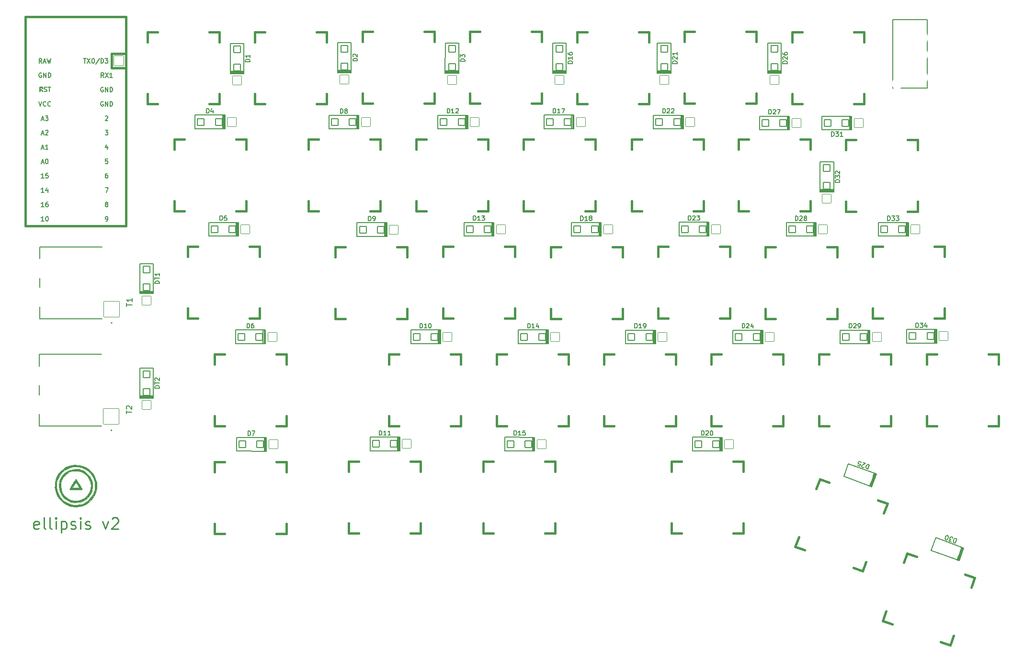
<source format=gto>
G04 #@! TF.GenerationSoftware,KiCad,Pcbnew,(6.0.10-0)*
G04 #@! TF.CreationDate,2022-12-25T19:45:41-08:00*
G04 #@! TF.ProjectId,left,6c656674-2e6b-4696-9361-645f70636258,rev?*
G04 #@! TF.SameCoordinates,Original*
G04 #@! TF.FileFunction,Legend,Top*
G04 #@! TF.FilePolarity,Positive*
%FSLAX46Y46*%
G04 Gerber Fmt 4.6, Leading zero omitted, Abs format (unit mm)*
G04 Created by KiCad (PCBNEW (6.0.10-0)) date 2022-12-25 19:45:41*
%MOMM*%
%LPD*%
G01*
G04 APERTURE LIST*
G04 Aperture macros list*
%AMRoundRect*
0 Rectangle with rounded corners*
0 $1 Rounding radius*
0 $2 $3 $4 $5 $6 $7 $8 $9 X,Y pos of 4 corners*
0 Add a 4 corners polygon primitive as box body*
4,1,4,$2,$3,$4,$5,$6,$7,$8,$9,$2,$3,0*
0 Add four circle primitives for the rounded corners*
1,1,$1+$1,$2,$3*
1,1,$1+$1,$4,$5*
1,1,$1+$1,$6,$7*
1,1,$1+$1,$8,$9*
0 Add four rect primitives between the rounded corners*
20,1,$1+$1,$2,$3,$4,$5,0*
20,1,$1+$1,$4,$5,$6,$7,0*
20,1,$1+$1,$6,$7,$8,$9,0*
20,1,$1+$1,$8,$9,$2,$3,0*%
%AMHorizOval*
0 Thick line with rounded ends*
0 $1 width*
0 $2 $3 position (X,Y) of the first rounded end (center of the circle)*
0 $4 $5 position (X,Y) of the second rounded end (center of the circle)*
0 Add line between two ends*
20,1,$1,$2,$3,$4,$5,0*
0 Add two circle primitives to create the rounded ends*
1,1,$1,$2,$3*
1,1,$1,$4,$5*%
%AMRotRect*
0 Rectangle, with rotation*
0 The origin of the aperture is its center*
0 $1 length*
0 $2 width*
0 $3 Rotation angle, in degrees counterclockwise*
0 Add horizontal line*
21,1,$1,$2,0,0,$3*%
G04 Aperture macros list end*
%ADD10C,0.150000*%
%ADD11C,0.250000*%
%ADD12C,0.200000*%
%ADD13C,0.381000*%
%ADD14C,0.127000*%
%ADD15C,0.010000*%
%ADD16R,1.600000X1.600000*%
%ADD17C,1.600000*%
%ADD18RotRect,1.600000X1.600000X160.000000*%
%ADD19HorizOval,2.500000X-0.604462X-0.948815X0.604462X0.948815X0*%
%ADD20HorizOval,2.500000X-0.019724X-0.289328X0.019724X0.289328X0*%
%ADD21HorizOval,2.500000X0.604462X0.948815X-0.604462X-0.948815X0*%
%ADD22HorizOval,2.500000X0.019724X0.289328X-0.019724X-0.289328X0*%
%ADD23HorizOval,2.500000X-0.892523X-0.684857X0.892523X0.684857X0*%
%ADD24HorizOval,2.500000X-0.117491X-0.265134X0.117491X0.265134X0*%
%ADD25R,1.752600X1.752600*%
%ADD26C,1.752600*%
%ADD27RoundRect,0.051000X0.600000X-0.600000X0.600000X0.600000X-0.600000X0.600000X-0.600000X-0.600000X0*%
%ADD28RoundRect,0.051000X0.800000X-0.800000X0.800000X0.800000X-0.800000X0.800000X-0.800000X-0.800000X0*%
%ADD29C,1.702000*%
%ADD30RoundRect,0.051000X0.800000X0.800000X-0.800000X0.800000X-0.800000X-0.800000X0.800000X-0.800000X0*%
%ADD31RoundRect,0.051000X0.600000X0.600000X-0.600000X0.600000X-0.600000X-0.600000X0.600000X-0.600000X0*%
%ADD32RoundRect,0.051000X0.769028X0.358603X-0.358603X0.769028X-0.769028X-0.358603X0.358603X-0.769028X0*%
%ADD33RoundRect,0.051000X1.025370X0.478138X-0.478138X1.025370X-1.025370X-0.478138X0.478138X-1.025370X0*%
%ADD34HorizOval,2.602000X-0.604462X-0.948815X0.604462X0.948815X0*%
%ADD35HorizOval,2.602000X-0.019724X-0.289328X0.019724X0.289328X0*%
%ADD36HorizOval,2.602000X0.604462X0.948815X-0.604462X-0.948815X0*%
%ADD37HorizOval,2.602000X0.019724X0.289328X-0.019724X-0.289328X0*%
%ADD38C,0.902000*%
%ADD39O,1.702000X2.102000*%
%ADD40HorizOval,2.602000X-0.892523X-0.684857X0.892523X0.684857X0*%
%ADD41HorizOval,2.602000X-0.117491X-0.265134X0.117491X0.265134X0*%
%ADD42RoundRect,0.051000X1.387500X-1.387500X1.387500X1.387500X-1.387500X1.387500X-1.387500X-1.387500X0*%
%ADD43C,2.877000*%
%ADD44RoundRect,0.051000X-0.876300X0.876300X-0.876300X-0.876300X0.876300X-0.876300X0.876300X0.876300X0*%
%ADD45C,1.854600*%
G04 APERTURE END LIST*
D10*
X78286904Y-38165476D02*
X77486904Y-38165476D01*
X77486904Y-37975000D01*
X77525000Y-37860714D01*
X77601190Y-37784523D01*
X77677380Y-37746428D01*
X77829761Y-37708333D01*
X77944047Y-37708333D01*
X78096428Y-37746428D01*
X78172619Y-37784523D01*
X78248809Y-37860714D01*
X78286904Y-37975000D01*
X78286904Y-38165476D01*
X78286904Y-36946428D02*
X78286904Y-37403571D01*
X78286904Y-37175000D02*
X77486904Y-37175000D01*
X77601190Y-37251190D01*
X77677380Y-37327380D01*
X77715476Y-37403571D01*
X97286904Y-38015476D02*
X96486904Y-38015476D01*
X96486904Y-37825000D01*
X96525000Y-37710714D01*
X96601190Y-37634523D01*
X96677380Y-37596428D01*
X96829761Y-37558333D01*
X96944047Y-37558333D01*
X97096428Y-37596428D01*
X97172619Y-37634523D01*
X97248809Y-37710714D01*
X97286904Y-37825000D01*
X97286904Y-38015476D01*
X96563095Y-37253571D02*
X96525000Y-37215476D01*
X96486904Y-37139285D01*
X96486904Y-36948809D01*
X96525000Y-36872619D01*
X96563095Y-36834523D01*
X96639285Y-36796428D01*
X96715476Y-36796428D01*
X96829761Y-36834523D01*
X97286904Y-37291666D01*
X97286904Y-36796428D01*
X116286904Y-38090476D02*
X115486904Y-38090476D01*
X115486904Y-37900000D01*
X115525000Y-37785714D01*
X115601190Y-37709523D01*
X115677380Y-37671428D01*
X115829761Y-37633333D01*
X115944047Y-37633333D01*
X116096428Y-37671428D01*
X116172619Y-37709523D01*
X116248809Y-37785714D01*
X116286904Y-37900000D01*
X116286904Y-38090476D01*
X115486904Y-37366666D02*
X115486904Y-36871428D01*
X115791666Y-37138095D01*
X115791666Y-37023809D01*
X115829761Y-36947619D01*
X115867857Y-36909523D01*
X115944047Y-36871428D01*
X116134523Y-36871428D01*
X116210714Y-36909523D01*
X116248809Y-36947619D01*
X116286904Y-37023809D01*
X116286904Y-37252380D01*
X116248809Y-37328571D01*
X116210714Y-37366666D01*
X70609523Y-47236904D02*
X70609523Y-46436904D01*
X70800000Y-46436904D01*
X70914285Y-46475000D01*
X70990476Y-46551190D01*
X71028571Y-46627380D01*
X71066666Y-46779761D01*
X71066666Y-46894047D01*
X71028571Y-47046428D01*
X70990476Y-47122619D01*
X70914285Y-47198809D01*
X70800000Y-47236904D01*
X70609523Y-47236904D01*
X71752380Y-46703571D02*
X71752380Y-47236904D01*
X71561904Y-46398809D02*
X71371428Y-46970238D01*
X71866666Y-46970238D01*
X73009523Y-66236904D02*
X73009523Y-65436904D01*
X73200000Y-65436904D01*
X73314285Y-65475000D01*
X73390476Y-65551190D01*
X73428571Y-65627380D01*
X73466666Y-65779761D01*
X73466666Y-65894047D01*
X73428571Y-66046428D01*
X73390476Y-66122619D01*
X73314285Y-66198809D01*
X73200000Y-66236904D01*
X73009523Y-66236904D01*
X74190476Y-65436904D02*
X73809523Y-65436904D01*
X73771428Y-65817857D01*
X73809523Y-65779761D01*
X73885714Y-65741666D01*
X74076190Y-65741666D01*
X74152380Y-65779761D01*
X74190476Y-65817857D01*
X74228571Y-65894047D01*
X74228571Y-66084523D01*
X74190476Y-66160714D01*
X74152380Y-66198809D01*
X74076190Y-66236904D01*
X73885714Y-66236904D01*
X73809523Y-66198809D01*
X73771428Y-66160714D01*
X77759523Y-85261904D02*
X77759523Y-84461904D01*
X77950000Y-84461904D01*
X78064285Y-84500000D01*
X78140476Y-84576190D01*
X78178571Y-84652380D01*
X78216666Y-84804761D01*
X78216666Y-84919047D01*
X78178571Y-85071428D01*
X78140476Y-85147619D01*
X78064285Y-85223809D01*
X77950000Y-85261904D01*
X77759523Y-85261904D01*
X78902380Y-84461904D02*
X78750000Y-84461904D01*
X78673809Y-84500000D01*
X78635714Y-84538095D01*
X78559523Y-84652380D01*
X78521428Y-84804761D01*
X78521428Y-85109523D01*
X78559523Y-85185714D01*
X78597619Y-85223809D01*
X78673809Y-85261904D01*
X78826190Y-85261904D01*
X78902380Y-85223809D01*
X78940476Y-85185714D01*
X78978571Y-85109523D01*
X78978571Y-84919047D01*
X78940476Y-84842857D01*
X78902380Y-84804761D01*
X78826190Y-84766666D01*
X78673809Y-84766666D01*
X78597619Y-84804761D01*
X78559523Y-84842857D01*
X78521428Y-84919047D01*
X77934523Y-104286904D02*
X77934523Y-103486904D01*
X78125000Y-103486904D01*
X78239285Y-103525000D01*
X78315476Y-103601190D01*
X78353571Y-103677380D01*
X78391666Y-103829761D01*
X78391666Y-103944047D01*
X78353571Y-104096428D01*
X78315476Y-104172619D01*
X78239285Y-104248809D01*
X78125000Y-104286904D01*
X77934523Y-104286904D01*
X78658333Y-103486904D02*
X79191666Y-103486904D01*
X78848809Y-104286904D01*
X99234523Y-66286904D02*
X99234523Y-65486904D01*
X99425000Y-65486904D01*
X99539285Y-65525000D01*
X99615476Y-65601190D01*
X99653571Y-65677380D01*
X99691666Y-65829761D01*
X99691666Y-65944047D01*
X99653571Y-66096428D01*
X99615476Y-66172619D01*
X99539285Y-66248809D01*
X99425000Y-66286904D01*
X99234523Y-66286904D01*
X100072619Y-66286904D02*
X100225000Y-66286904D01*
X100301190Y-66248809D01*
X100339285Y-66210714D01*
X100415476Y-66096428D01*
X100453571Y-65944047D01*
X100453571Y-65639285D01*
X100415476Y-65563095D01*
X100377380Y-65525000D01*
X100301190Y-65486904D01*
X100148809Y-65486904D01*
X100072619Y-65525000D01*
X100034523Y-65563095D01*
X99996428Y-65639285D01*
X99996428Y-65829761D01*
X100034523Y-65905952D01*
X100072619Y-65944047D01*
X100148809Y-65982142D01*
X100301190Y-65982142D01*
X100377380Y-65944047D01*
X100415476Y-65905952D01*
X100453571Y-65829761D01*
X101153571Y-104211904D02*
X101153571Y-103411904D01*
X101344047Y-103411904D01*
X101458333Y-103450000D01*
X101534523Y-103526190D01*
X101572619Y-103602380D01*
X101610714Y-103754761D01*
X101610714Y-103869047D01*
X101572619Y-104021428D01*
X101534523Y-104097619D01*
X101458333Y-104173809D01*
X101344047Y-104211904D01*
X101153571Y-104211904D01*
X102372619Y-104211904D02*
X101915476Y-104211904D01*
X102144047Y-104211904D02*
X102144047Y-103411904D01*
X102067857Y-103526190D01*
X101991666Y-103602380D01*
X101915476Y-103640476D01*
X103134523Y-104211904D02*
X102677380Y-104211904D01*
X102905952Y-104211904D02*
X102905952Y-103411904D01*
X102829761Y-103526190D01*
X102753571Y-103602380D01*
X102677380Y-103640476D01*
X113153571Y-47261904D02*
X113153571Y-46461904D01*
X113344047Y-46461904D01*
X113458333Y-46500000D01*
X113534523Y-46576190D01*
X113572619Y-46652380D01*
X113610714Y-46804761D01*
X113610714Y-46919047D01*
X113572619Y-47071428D01*
X113534523Y-47147619D01*
X113458333Y-47223809D01*
X113344047Y-47261904D01*
X113153571Y-47261904D01*
X114372619Y-47261904D02*
X113915476Y-47261904D01*
X114144047Y-47261904D02*
X114144047Y-46461904D01*
X114067857Y-46576190D01*
X113991666Y-46652380D01*
X113915476Y-46690476D01*
X114677380Y-46538095D02*
X114715476Y-46500000D01*
X114791666Y-46461904D01*
X114982142Y-46461904D01*
X115058333Y-46500000D01*
X115096428Y-46538095D01*
X115134523Y-46614285D01*
X115134523Y-46690476D01*
X115096428Y-46804761D01*
X114639285Y-47261904D01*
X115134523Y-47261904D01*
X117778571Y-66236904D02*
X117778571Y-65436904D01*
X117969047Y-65436904D01*
X118083333Y-65475000D01*
X118159523Y-65551190D01*
X118197619Y-65627380D01*
X118235714Y-65779761D01*
X118235714Y-65894047D01*
X118197619Y-66046428D01*
X118159523Y-66122619D01*
X118083333Y-66198809D01*
X117969047Y-66236904D01*
X117778571Y-66236904D01*
X118997619Y-66236904D02*
X118540476Y-66236904D01*
X118769047Y-66236904D02*
X118769047Y-65436904D01*
X118692857Y-65551190D01*
X118616666Y-65627380D01*
X118540476Y-65665476D01*
X119264285Y-65436904D02*
X119759523Y-65436904D01*
X119492857Y-65741666D01*
X119607142Y-65741666D01*
X119683333Y-65779761D01*
X119721428Y-65817857D01*
X119759523Y-65894047D01*
X119759523Y-66084523D01*
X119721428Y-66160714D01*
X119683333Y-66198809D01*
X119607142Y-66236904D01*
X119378571Y-66236904D01*
X119302380Y-66198809D01*
X119264285Y-66160714D01*
X127378571Y-85261904D02*
X127378571Y-84461904D01*
X127569047Y-84461904D01*
X127683333Y-84500000D01*
X127759523Y-84576190D01*
X127797619Y-84652380D01*
X127835714Y-84804761D01*
X127835714Y-84919047D01*
X127797619Y-85071428D01*
X127759523Y-85147619D01*
X127683333Y-85223809D01*
X127569047Y-85261904D01*
X127378571Y-85261904D01*
X128597619Y-85261904D02*
X128140476Y-85261904D01*
X128369047Y-85261904D02*
X128369047Y-84461904D01*
X128292857Y-84576190D01*
X128216666Y-84652380D01*
X128140476Y-84690476D01*
X129283333Y-84728571D02*
X129283333Y-85261904D01*
X129092857Y-84423809D02*
X128902380Y-84995238D01*
X129397619Y-84995238D01*
X124978571Y-104236904D02*
X124978571Y-103436904D01*
X125169047Y-103436904D01*
X125283333Y-103475000D01*
X125359523Y-103551190D01*
X125397619Y-103627380D01*
X125435714Y-103779761D01*
X125435714Y-103894047D01*
X125397619Y-104046428D01*
X125359523Y-104122619D01*
X125283333Y-104198809D01*
X125169047Y-104236904D01*
X124978571Y-104236904D01*
X126197619Y-104236904D02*
X125740476Y-104236904D01*
X125969047Y-104236904D02*
X125969047Y-103436904D01*
X125892857Y-103551190D01*
X125816666Y-103627380D01*
X125740476Y-103665476D01*
X126921428Y-103436904D02*
X126540476Y-103436904D01*
X126502380Y-103817857D01*
X126540476Y-103779761D01*
X126616666Y-103741666D01*
X126807142Y-103741666D01*
X126883333Y-103779761D01*
X126921428Y-103817857D01*
X126959523Y-103894047D01*
X126959523Y-104084523D01*
X126921428Y-104160714D01*
X126883333Y-104198809D01*
X126807142Y-104236904D01*
X126616666Y-104236904D01*
X126540476Y-104198809D01*
X126502380Y-104160714D01*
X135286904Y-38471428D02*
X134486904Y-38471428D01*
X134486904Y-38280952D01*
X134525000Y-38166666D01*
X134601190Y-38090476D01*
X134677380Y-38052380D01*
X134829761Y-38014285D01*
X134944047Y-38014285D01*
X135096428Y-38052380D01*
X135172619Y-38090476D01*
X135248809Y-38166666D01*
X135286904Y-38280952D01*
X135286904Y-38471428D01*
X135286904Y-37252380D02*
X135286904Y-37709523D01*
X135286904Y-37480952D02*
X134486904Y-37480952D01*
X134601190Y-37557142D01*
X134677380Y-37633333D01*
X134715476Y-37709523D01*
X134486904Y-36566666D02*
X134486904Y-36719047D01*
X134525000Y-36795238D01*
X134563095Y-36833333D01*
X134677380Y-36909523D01*
X134829761Y-36947619D01*
X135134523Y-36947619D01*
X135210714Y-36909523D01*
X135248809Y-36871428D01*
X135286904Y-36795238D01*
X135286904Y-36642857D01*
X135248809Y-36566666D01*
X135210714Y-36528571D01*
X135134523Y-36490476D01*
X134944047Y-36490476D01*
X134867857Y-36528571D01*
X134829761Y-36566666D01*
X134791666Y-36642857D01*
X134791666Y-36795238D01*
X134829761Y-36871428D01*
X134867857Y-36909523D01*
X134944047Y-36947619D01*
X131903571Y-47236904D02*
X131903571Y-46436904D01*
X132094047Y-46436904D01*
X132208333Y-46475000D01*
X132284523Y-46551190D01*
X132322619Y-46627380D01*
X132360714Y-46779761D01*
X132360714Y-46894047D01*
X132322619Y-47046428D01*
X132284523Y-47122619D01*
X132208333Y-47198809D01*
X132094047Y-47236904D01*
X131903571Y-47236904D01*
X133122619Y-47236904D02*
X132665476Y-47236904D01*
X132894047Y-47236904D02*
X132894047Y-46436904D01*
X132817857Y-46551190D01*
X132741666Y-46627380D01*
X132665476Y-46665476D01*
X133389285Y-46436904D02*
X133922619Y-46436904D01*
X133579761Y-47236904D01*
X136753571Y-66261904D02*
X136753571Y-65461904D01*
X136944047Y-65461904D01*
X137058333Y-65500000D01*
X137134523Y-65576190D01*
X137172619Y-65652380D01*
X137210714Y-65804761D01*
X137210714Y-65919047D01*
X137172619Y-66071428D01*
X137134523Y-66147619D01*
X137058333Y-66223809D01*
X136944047Y-66261904D01*
X136753571Y-66261904D01*
X137972619Y-66261904D02*
X137515476Y-66261904D01*
X137744047Y-66261904D02*
X137744047Y-65461904D01*
X137667857Y-65576190D01*
X137591666Y-65652380D01*
X137515476Y-65690476D01*
X138429761Y-65804761D02*
X138353571Y-65766666D01*
X138315476Y-65728571D01*
X138277380Y-65652380D01*
X138277380Y-65614285D01*
X138315476Y-65538095D01*
X138353571Y-65500000D01*
X138429761Y-65461904D01*
X138582142Y-65461904D01*
X138658333Y-65500000D01*
X138696428Y-65538095D01*
X138734523Y-65614285D01*
X138734523Y-65652380D01*
X138696428Y-65728571D01*
X138658333Y-65766666D01*
X138582142Y-65804761D01*
X138429761Y-65804761D01*
X138353571Y-65842857D01*
X138315476Y-65880952D01*
X138277380Y-65957142D01*
X138277380Y-66109523D01*
X138315476Y-66185714D01*
X138353571Y-66223809D01*
X138429761Y-66261904D01*
X138582142Y-66261904D01*
X138658333Y-66223809D01*
X138696428Y-66185714D01*
X138734523Y-66109523D01*
X138734523Y-65957142D01*
X138696428Y-65880952D01*
X138658333Y-65842857D01*
X138582142Y-65804761D01*
X146328571Y-85286904D02*
X146328571Y-84486904D01*
X146519047Y-84486904D01*
X146633333Y-84525000D01*
X146709523Y-84601190D01*
X146747619Y-84677380D01*
X146785714Y-84829761D01*
X146785714Y-84944047D01*
X146747619Y-85096428D01*
X146709523Y-85172619D01*
X146633333Y-85248809D01*
X146519047Y-85286904D01*
X146328571Y-85286904D01*
X147547619Y-85286904D02*
X147090476Y-85286904D01*
X147319047Y-85286904D02*
X147319047Y-84486904D01*
X147242857Y-84601190D01*
X147166666Y-84677380D01*
X147090476Y-84715476D01*
X147928571Y-85286904D02*
X148080952Y-85286904D01*
X148157142Y-85248809D01*
X148195238Y-85210714D01*
X148271428Y-85096428D01*
X148309523Y-84944047D01*
X148309523Y-84639285D01*
X148271428Y-84563095D01*
X148233333Y-84525000D01*
X148157142Y-84486904D01*
X148004761Y-84486904D01*
X147928571Y-84525000D01*
X147890476Y-84563095D01*
X147852380Y-84639285D01*
X147852380Y-84829761D01*
X147890476Y-84905952D01*
X147928571Y-84944047D01*
X148004761Y-84982142D01*
X148157142Y-84982142D01*
X148233333Y-84944047D01*
X148271428Y-84905952D01*
X148309523Y-84829761D01*
X158128571Y-104236904D02*
X158128571Y-103436904D01*
X158319047Y-103436904D01*
X158433333Y-103475000D01*
X158509523Y-103551190D01*
X158547619Y-103627380D01*
X158585714Y-103779761D01*
X158585714Y-103894047D01*
X158547619Y-104046428D01*
X158509523Y-104122619D01*
X158433333Y-104198809D01*
X158319047Y-104236904D01*
X158128571Y-104236904D01*
X158890476Y-103513095D02*
X158928571Y-103475000D01*
X159004761Y-103436904D01*
X159195238Y-103436904D01*
X159271428Y-103475000D01*
X159309523Y-103513095D01*
X159347619Y-103589285D01*
X159347619Y-103665476D01*
X159309523Y-103779761D01*
X158852380Y-104236904D01*
X159347619Y-104236904D01*
X159842857Y-103436904D02*
X159919047Y-103436904D01*
X159995238Y-103475000D01*
X160033333Y-103513095D01*
X160071428Y-103589285D01*
X160109523Y-103741666D01*
X160109523Y-103932142D01*
X160071428Y-104084523D01*
X160033333Y-104160714D01*
X159995238Y-104198809D01*
X159919047Y-104236904D01*
X159842857Y-104236904D01*
X159766666Y-104198809D01*
X159728571Y-104160714D01*
X159690476Y-104084523D01*
X159652380Y-103932142D01*
X159652380Y-103741666D01*
X159690476Y-103589285D01*
X159728571Y-103513095D01*
X159766666Y-103475000D01*
X159842857Y-103436904D01*
X153786904Y-38471428D02*
X152986904Y-38471428D01*
X152986904Y-38280952D01*
X153025000Y-38166666D01*
X153101190Y-38090476D01*
X153177380Y-38052380D01*
X153329761Y-38014285D01*
X153444047Y-38014285D01*
X153596428Y-38052380D01*
X153672619Y-38090476D01*
X153748809Y-38166666D01*
X153786904Y-38280952D01*
X153786904Y-38471428D01*
X153063095Y-37709523D02*
X153025000Y-37671428D01*
X152986904Y-37595238D01*
X152986904Y-37404761D01*
X153025000Y-37328571D01*
X153063095Y-37290476D01*
X153139285Y-37252380D01*
X153215476Y-37252380D01*
X153329761Y-37290476D01*
X153786904Y-37747619D01*
X153786904Y-37252380D01*
X153786904Y-36490476D02*
X153786904Y-36947619D01*
X153786904Y-36719047D02*
X152986904Y-36719047D01*
X153101190Y-36795238D01*
X153177380Y-36871428D01*
X153215476Y-36947619D01*
X151253571Y-47261904D02*
X151253571Y-46461904D01*
X151444047Y-46461904D01*
X151558333Y-46500000D01*
X151634523Y-46576190D01*
X151672619Y-46652380D01*
X151710714Y-46804761D01*
X151710714Y-46919047D01*
X151672619Y-47071428D01*
X151634523Y-47147619D01*
X151558333Y-47223809D01*
X151444047Y-47261904D01*
X151253571Y-47261904D01*
X152015476Y-46538095D02*
X152053571Y-46500000D01*
X152129761Y-46461904D01*
X152320238Y-46461904D01*
X152396428Y-46500000D01*
X152434523Y-46538095D01*
X152472619Y-46614285D01*
X152472619Y-46690476D01*
X152434523Y-46804761D01*
X151977380Y-47261904D01*
X152472619Y-47261904D01*
X152777380Y-46538095D02*
X152815476Y-46500000D01*
X152891666Y-46461904D01*
X153082142Y-46461904D01*
X153158333Y-46500000D01*
X153196428Y-46538095D01*
X153234523Y-46614285D01*
X153234523Y-46690476D01*
X153196428Y-46804761D01*
X152739285Y-47261904D01*
X153234523Y-47261904D01*
X155803571Y-66211904D02*
X155803571Y-65411904D01*
X155994047Y-65411904D01*
X156108333Y-65450000D01*
X156184523Y-65526190D01*
X156222619Y-65602380D01*
X156260714Y-65754761D01*
X156260714Y-65869047D01*
X156222619Y-66021428D01*
X156184523Y-66097619D01*
X156108333Y-66173809D01*
X155994047Y-66211904D01*
X155803571Y-66211904D01*
X156565476Y-65488095D02*
X156603571Y-65450000D01*
X156679761Y-65411904D01*
X156870238Y-65411904D01*
X156946428Y-65450000D01*
X156984523Y-65488095D01*
X157022619Y-65564285D01*
X157022619Y-65640476D01*
X156984523Y-65754761D01*
X156527380Y-66211904D01*
X157022619Y-66211904D01*
X157289285Y-65411904D02*
X157784523Y-65411904D01*
X157517857Y-65716666D01*
X157632142Y-65716666D01*
X157708333Y-65754761D01*
X157746428Y-65792857D01*
X157784523Y-65869047D01*
X157784523Y-66059523D01*
X157746428Y-66135714D01*
X157708333Y-66173809D01*
X157632142Y-66211904D01*
X157403571Y-66211904D01*
X157327380Y-66173809D01*
X157289285Y-66135714D01*
X165303571Y-85286904D02*
X165303571Y-84486904D01*
X165494047Y-84486904D01*
X165608333Y-84525000D01*
X165684523Y-84601190D01*
X165722619Y-84677380D01*
X165760714Y-84829761D01*
X165760714Y-84944047D01*
X165722619Y-85096428D01*
X165684523Y-85172619D01*
X165608333Y-85248809D01*
X165494047Y-85286904D01*
X165303571Y-85286904D01*
X166065476Y-84563095D02*
X166103571Y-84525000D01*
X166179761Y-84486904D01*
X166370238Y-84486904D01*
X166446428Y-84525000D01*
X166484523Y-84563095D01*
X166522619Y-84639285D01*
X166522619Y-84715476D01*
X166484523Y-84829761D01*
X166027380Y-85286904D01*
X166522619Y-85286904D01*
X167208333Y-84753571D02*
X167208333Y-85286904D01*
X167017857Y-84448809D02*
X166827380Y-85020238D01*
X167322619Y-85020238D01*
X173286904Y-38471428D02*
X172486904Y-38471428D01*
X172486904Y-38280952D01*
X172525000Y-38166666D01*
X172601190Y-38090476D01*
X172677380Y-38052380D01*
X172829761Y-38014285D01*
X172944047Y-38014285D01*
X173096428Y-38052380D01*
X173172619Y-38090476D01*
X173248809Y-38166666D01*
X173286904Y-38280952D01*
X173286904Y-38471428D01*
X172563095Y-37709523D02*
X172525000Y-37671428D01*
X172486904Y-37595238D01*
X172486904Y-37404761D01*
X172525000Y-37328571D01*
X172563095Y-37290476D01*
X172639285Y-37252380D01*
X172715476Y-37252380D01*
X172829761Y-37290476D01*
X173286904Y-37747619D01*
X173286904Y-37252380D01*
X172486904Y-36566666D02*
X172486904Y-36719047D01*
X172525000Y-36795238D01*
X172563095Y-36833333D01*
X172677380Y-36909523D01*
X172829761Y-36947619D01*
X173134523Y-36947619D01*
X173210714Y-36909523D01*
X173248809Y-36871428D01*
X173286904Y-36795238D01*
X173286904Y-36642857D01*
X173248809Y-36566666D01*
X173210714Y-36528571D01*
X173134523Y-36490476D01*
X172944047Y-36490476D01*
X172867857Y-36528571D01*
X172829761Y-36566666D01*
X172791666Y-36642857D01*
X172791666Y-36795238D01*
X172829761Y-36871428D01*
X172867857Y-36909523D01*
X172944047Y-36947619D01*
X170028571Y-47436904D02*
X170028571Y-46636904D01*
X170219047Y-46636904D01*
X170333333Y-46675000D01*
X170409523Y-46751190D01*
X170447619Y-46827380D01*
X170485714Y-46979761D01*
X170485714Y-47094047D01*
X170447619Y-47246428D01*
X170409523Y-47322619D01*
X170333333Y-47398809D01*
X170219047Y-47436904D01*
X170028571Y-47436904D01*
X170790476Y-46713095D02*
X170828571Y-46675000D01*
X170904761Y-46636904D01*
X171095238Y-46636904D01*
X171171428Y-46675000D01*
X171209523Y-46713095D01*
X171247619Y-46789285D01*
X171247619Y-46865476D01*
X171209523Y-46979761D01*
X170752380Y-47436904D01*
X171247619Y-47436904D01*
X171514285Y-46636904D02*
X172047619Y-46636904D01*
X171704761Y-47436904D01*
X174728571Y-66261904D02*
X174728571Y-65461904D01*
X174919047Y-65461904D01*
X175033333Y-65500000D01*
X175109523Y-65576190D01*
X175147619Y-65652380D01*
X175185714Y-65804761D01*
X175185714Y-65919047D01*
X175147619Y-66071428D01*
X175109523Y-66147619D01*
X175033333Y-66223809D01*
X174919047Y-66261904D01*
X174728571Y-66261904D01*
X175490476Y-65538095D02*
X175528571Y-65500000D01*
X175604761Y-65461904D01*
X175795238Y-65461904D01*
X175871428Y-65500000D01*
X175909523Y-65538095D01*
X175947619Y-65614285D01*
X175947619Y-65690476D01*
X175909523Y-65804761D01*
X175452380Y-66261904D01*
X175947619Y-66261904D01*
X176404761Y-65804761D02*
X176328571Y-65766666D01*
X176290476Y-65728571D01*
X176252380Y-65652380D01*
X176252380Y-65614285D01*
X176290476Y-65538095D01*
X176328571Y-65500000D01*
X176404761Y-65461904D01*
X176557142Y-65461904D01*
X176633333Y-65500000D01*
X176671428Y-65538095D01*
X176709523Y-65614285D01*
X176709523Y-65652380D01*
X176671428Y-65728571D01*
X176633333Y-65766666D01*
X176557142Y-65804761D01*
X176404761Y-65804761D01*
X176328571Y-65842857D01*
X176290476Y-65880952D01*
X176252380Y-65957142D01*
X176252380Y-66109523D01*
X176290476Y-66185714D01*
X176328571Y-66223809D01*
X176404761Y-66261904D01*
X176557142Y-66261904D01*
X176633333Y-66223809D01*
X176671428Y-66185714D01*
X176709523Y-66109523D01*
X176709523Y-65957142D01*
X176671428Y-65880952D01*
X176633333Y-65842857D01*
X176557142Y-65804761D01*
X184253571Y-85286904D02*
X184253571Y-84486904D01*
X184444047Y-84486904D01*
X184558333Y-84525000D01*
X184634523Y-84601190D01*
X184672619Y-84677380D01*
X184710714Y-84829761D01*
X184710714Y-84944047D01*
X184672619Y-85096428D01*
X184634523Y-85172619D01*
X184558333Y-85248809D01*
X184444047Y-85286904D01*
X184253571Y-85286904D01*
X185015476Y-84563095D02*
X185053571Y-84525000D01*
X185129761Y-84486904D01*
X185320238Y-84486904D01*
X185396428Y-84525000D01*
X185434523Y-84563095D01*
X185472619Y-84639285D01*
X185472619Y-84715476D01*
X185434523Y-84829761D01*
X184977380Y-85286904D01*
X185472619Y-85286904D01*
X185853571Y-85286904D02*
X186005952Y-85286904D01*
X186082142Y-85248809D01*
X186120238Y-85210714D01*
X186196428Y-85096428D01*
X186234523Y-84944047D01*
X186234523Y-84639285D01*
X186196428Y-84563095D01*
X186158333Y-84525000D01*
X186082142Y-84486904D01*
X185929761Y-84486904D01*
X185853571Y-84525000D01*
X185815476Y-84563095D01*
X185777380Y-84639285D01*
X185777380Y-84829761D01*
X185815476Y-84905952D01*
X185853571Y-84944047D01*
X185929761Y-84982142D01*
X186082142Y-84982142D01*
X186158333Y-84944047D01*
X186196428Y-84905952D01*
X186234523Y-84829761D01*
X203245011Y-122558260D02*
X202971395Y-123310015D01*
X202792406Y-123244868D01*
X202698042Y-123169982D01*
X202652505Y-123072328D01*
X202642766Y-122987703D01*
X202659086Y-122831482D01*
X202698174Y-122724089D01*
X202786089Y-122593927D01*
X202847945Y-122535360D01*
X202945600Y-122489824D01*
X203066022Y-122493114D01*
X203245011Y-122558260D01*
X202291237Y-123062457D02*
X201825865Y-122893076D01*
X202180685Y-122697899D01*
X202073291Y-122658811D01*
X202014725Y-122596954D01*
X201991957Y-122548127D01*
X201982217Y-122463502D01*
X202047364Y-122284513D01*
X202109221Y-122225947D01*
X202158048Y-122203178D01*
X202242673Y-122193439D01*
X202457460Y-122271615D01*
X202516026Y-122333471D01*
X202538794Y-122382299D01*
X201360494Y-122723694D02*
X201288898Y-122697636D01*
X201230332Y-122635779D01*
X201207563Y-122586952D01*
X201197824Y-122502327D01*
X201214144Y-122346106D01*
X201279290Y-122167117D01*
X201367206Y-122036955D01*
X201429062Y-121978389D01*
X201477889Y-121955621D01*
X201562514Y-121945881D01*
X201634110Y-121971940D01*
X201692676Y-122033797D01*
X201715445Y-122082624D01*
X201725184Y-122167249D01*
X201708864Y-122323469D01*
X201643718Y-122502458D01*
X201555802Y-122632620D01*
X201493946Y-122691187D01*
X201445119Y-122713955D01*
X201360494Y-122723694D01*
X181103571Y-51361904D02*
X181103571Y-50561904D01*
X181294047Y-50561904D01*
X181408333Y-50600000D01*
X181484523Y-50676190D01*
X181522619Y-50752380D01*
X181560714Y-50904761D01*
X181560714Y-51019047D01*
X181522619Y-51171428D01*
X181484523Y-51247619D01*
X181408333Y-51323809D01*
X181294047Y-51361904D01*
X181103571Y-51361904D01*
X181827380Y-50561904D02*
X182322619Y-50561904D01*
X182055952Y-50866666D01*
X182170238Y-50866666D01*
X182246428Y-50904761D01*
X182284523Y-50942857D01*
X182322619Y-51019047D01*
X182322619Y-51209523D01*
X182284523Y-51285714D01*
X182246428Y-51323809D01*
X182170238Y-51361904D01*
X181941666Y-51361904D01*
X181865476Y-51323809D01*
X181827380Y-51285714D01*
X183084523Y-51361904D02*
X182627380Y-51361904D01*
X182855952Y-51361904D02*
X182855952Y-50561904D01*
X182779761Y-50676190D01*
X182703571Y-50752380D01*
X182627380Y-50790476D01*
X182566904Y-59471428D02*
X181766904Y-59471428D01*
X181766904Y-59280952D01*
X181805000Y-59166666D01*
X181881190Y-59090476D01*
X181957380Y-59052380D01*
X182109761Y-59014285D01*
X182224047Y-59014285D01*
X182376428Y-59052380D01*
X182452619Y-59090476D01*
X182528809Y-59166666D01*
X182566904Y-59280952D01*
X182566904Y-59471428D01*
X181766904Y-58747619D02*
X181766904Y-58252380D01*
X182071666Y-58519047D01*
X182071666Y-58404761D01*
X182109761Y-58328571D01*
X182147857Y-58290476D01*
X182224047Y-58252380D01*
X182414523Y-58252380D01*
X182490714Y-58290476D01*
X182528809Y-58328571D01*
X182566904Y-58404761D01*
X182566904Y-58633333D01*
X182528809Y-58709523D01*
X182490714Y-58747619D01*
X181843095Y-57947619D02*
X181805000Y-57909523D01*
X181766904Y-57833333D01*
X181766904Y-57642857D01*
X181805000Y-57566666D01*
X181843095Y-57528571D01*
X181919285Y-57490476D01*
X181995476Y-57490476D01*
X182109761Y-57528571D01*
X182566904Y-57985714D01*
X182566904Y-57490476D01*
X191028571Y-66261904D02*
X191028571Y-65461904D01*
X191219047Y-65461904D01*
X191333333Y-65500000D01*
X191409523Y-65576190D01*
X191447619Y-65652380D01*
X191485714Y-65804761D01*
X191485714Y-65919047D01*
X191447619Y-66071428D01*
X191409523Y-66147619D01*
X191333333Y-66223809D01*
X191219047Y-66261904D01*
X191028571Y-66261904D01*
X191752380Y-65461904D02*
X192247619Y-65461904D01*
X191980952Y-65766666D01*
X192095238Y-65766666D01*
X192171428Y-65804761D01*
X192209523Y-65842857D01*
X192247619Y-65919047D01*
X192247619Y-66109523D01*
X192209523Y-66185714D01*
X192171428Y-66223809D01*
X192095238Y-66261904D01*
X191866666Y-66261904D01*
X191790476Y-66223809D01*
X191752380Y-66185714D01*
X192514285Y-65461904D02*
X193009523Y-65461904D01*
X192742857Y-65766666D01*
X192857142Y-65766666D01*
X192933333Y-65804761D01*
X192971428Y-65842857D01*
X193009523Y-65919047D01*
X193009523Y-66109523D01*
X192971428Y-66185714D01*
X192933333Y-66223809D01*
X192857142Y-66261904D01*
X192628571Y-66261904D01*
X192552380Y-66223809D01*
X192514285Y-66185714D01*
X108353571Y-85261904D02*
X108353571Y-84461904D01*
X108544047Y-84461904D01*
X108658333Y-84500000D01*
X108734523Y-84576190D01*
X108772619Y-84652380D01*
X108810714Y-84804761D01*
X108810714Y-84919047D01*
X108772619Y-85071428D01*
X108734523Y-85147619D01*
X108658333Y-85223809D01*
X108544047Y-85261904D01*
X108353571Y-85261904D01*
X109572619Y-85261904D02*
X109115476Y-85261904D01*
X109344047Y-85261904D02*
X109344047Y-84461904D01*
X109267857Y-84576190D01*
X109191666Y-84652380D01*
X109115476Y-84690476D01*
X110067857Y-84461904D02*
X110144047Y-84461904D01*
X110220238Y-84500000D01*
X110258333Y-84538095D01*
X110296428Y-84614285D01*
X110334523Y-84766666D01*
X110334523Y-84957142D01*
X110296428Y-85109523D01*
X110258333Y-85185714D01*
X110220238Y-85223809D01*
X110144047Y-85261904D01*
X110067857Y-85261904D01*
X109991666Y-85223809D01*
X109953571Y-85185714D01*
X109915476Y-85109523D01*
X109877380Y-84957142D01*
X109877380Y-84766666D01*
X109915476Y-84614285D01*
X109953571Y-84538095D01*
X109991666Y-84500000D01*
X110067857Y-84461904D01*
X94284523Y-47286904D02*
X94284523Y-46486904D01*
X94475000Y-46486904D01*
X94589285Y-46525000D01*
X94665476Y-46601190D01*
X94703571Y-46677380D01*
X94741666Y-46829761D01*
X94741666Y-46944047D01*
X94703571Y-47096428D01*
X94665476Y-47172619D01*
X94589285Y-47248809D01*
X94475000Y-47286904D01*
X94284523Y-47286904D01*
X95198809Y-46829761D02*
X95122619Y-46791666D01*
X95084523Y-46753571D01*
X95046428Y-46677380D01*
X95046428Y-46639285D01*
X95084523Y-46563095D01*
X95122619Y-46525000D01*
X95198809Y-46486904D01*
X95351190Y-46486904D01*
X95427380Y-46525000D01*
X95465476Y-46563095D01*
X95503571Y-46639285D01*
X95503571Y-46677380D01*
X95465476Y-46753571D01*
X95427380Y-46791666D01*
X95351190Y-46829761D01*
X95198809Y-46829761D01*
X95122619Y-46867857D01*
X95084523Y-46905952D01*
X95046428Y-46982142D01*
X95046428Y-47134523D01*
X95084523Y-47210714D01*
X95122619Y-47248809D01*
X95198809Y-47286904D01*
X95351190Y-47286904D01*
X95427380Y-47248809D01*
X95465476Y-47210714D01*
X95503571Y-47134523D01*
X95503571Y-46982142D01*
X95465476Y-46905952D01*
X95427380Y-46867857D01*
X95351190Y-46829761D01*
X196028571Y-85161904D02*
X196028571Y-84361904D01*
X196219047Y-84361904D01*
X196333333Y-84400000D01*
X196409523Y-84476190D01*
X196447619Y-84552380D01*
X196485714Y-84704761D01*
X196485714Y-84819047D01*
X196447619Y-84971428D01*
X196409523Y-85047619D01*
X196333333Y-85123809D01*
X196219047Y-85161904D01*
X196028571Y-85161904D01*
X196752380Y-84361904D02*
X197247619Y-84361904D01*
X196980952Y-84666666D01*
X197095238Y-84666666D01*
X197171428Y-84704761D01*
X197209523Y-84742857D01*
X197247619Y-84819047D01*
X197247619Y-85009523D01*
X197209523Y-85085714D01*
X197171428Y-85123809D01*
X197095238Y-85161904D01*
X196866666Y-85161904D01*
X196790476Y-85123809D01*
X196752380Y-85085714D01*
X197933333Y-84628571D02*
X197933333Y-85161904D01*
X197742857Y-84323809D02*
X197552380Y-84895238D01*
X198047619Y-84895238D01*
X187795011Y-109483260D02*
X187521395Y-110235015D01*
X187342406Y-110169868D01*
X187248042Y-110094982D01*
X187202505Y-109997328D01*
X187192766Y-109912703D01*
X187209086Y-109756482D01*
X187248174Y-109649089D01*
X187336089Y-109518927D01*
X187397945Y-109460360D01*
X187495600Y-109414824D01*
X187616022Y-109418114D01*
X187795011Y-109483260D01*
X186831498Y-109902832D02*
X186782671Y-109925601D01*
X186698046Y-109935340D01*
X186519057Y-109870193D01*
X186460490Y-109808337D01*
X186437722Y-109759509D01*
X186427983Y-109674884D01*
X186454041Y-109603289D01*
X186528927Y-109508925D01*
X187114853Y-109235703D01*
X186649481Y-109066322D01*
X185695707Y-109570518D02*
X186053685Y-109700812D01*
X186219776Y-109355863D01*
X186170949Y-109378631D01*
X186086324Y-109388370D01*
X185907335Y-109323224D01*
X185848769Y-109261367D01*
X185826000Y-109212540D01*
X185816261Y-109127915D01*
X185881408Y-108948926D01*
X185943264Y-108890360D01*
X185992091Y-108867591D01*
X186076716Y-108857852D01*
X186255705Y-108922999D01*
X186314272Y-108984855D01*
X186337040Y-109033682D01*
X62286904Y-77395238D02*
X61486904Y-77395238D01*
X61486904Y-77204761D01*
X61525000Y-77090476D01*
X61601190Y-77014285D01*
X61677380Y-76976190D01*
X61829761Y-76938095D01*
X61944047Y-76938095D01*
X62096428Y-76976190D01*
X62172619Y-77014285D01*
X62248809Y-77090476D01*
X62286904Y-77204761D01*
X62286904Y-77395238D01*
X61486904Y-76709523D02*
X61486904Y-76252380D01*
X62286904Y-76480952D02*
X61486904Y-76480952D01*
X62286904Y-75566666D02*
X62286904Y-76023809D01*
X62286904Y-75795238D02*
X61486904Y-75795238D01*
X61601190Y-75871428D01*
X61677380Y-75947619D01*
X61715476Y-76023809D01*
X56477380Y-81436904D02*
X56477380Y-80865476D01*
X57477380Y-81151190D02*
X56477380Y-81151190D01*
X57477380Y-80008333D02*
X57477380Y-80579761D01*
X57477380Y-80294047D02*
X56477380Y-80294047D01*
X56620238Y-80389285D01*
X56715476Y-80484523D01*
X56763095Y-80579761D01*
X62286904Y-95895238D02*
X61486904Y-95895238D01*
X61486904Y-95704761D01*
X61525000Y-95590476D01*
X61601190Y-95514285D01*
X61677380Y-95476190D01*
X61829761Y-95438095D01*
X61944047Y-95438095D01*
X62096428Y-95476190D01*
X62172619Y-95514285D01*
X62248809Y-95590476D01*
X62286904Y-95704761D01*
X62286904Y-95895238D01*
X61486904Y-95209523D02*
X61486904Y-94752380D01*
X62286904Y-94980952D02*
X61486904Y-94980952D01*
X61563095Y-94523809D02*
X61525000Y-94485714D01*
X61486904Y-94409523D01*
X61486904Y-94219047D01*
X61525000Y-94142857D01*
X61563095Y-94104761D01*
X61639285Y-94066666D01*
X61715476Y-94066666D01*
X61829761Y-94104761D01*
X62286904Y-94561904D01*
X62286904Y-94066666D01*
D11*
X40930952Y-120719523D02*
X40740476Y-120814761D01*
X40359523Y-120814761D01*
X40169047Y-120719523D01*
X40073809Y-120529047D01*
X40073809Y-119767142D01*
X40169047Y-119576666D01*
X40359523Y-119481428D01*
X40740476Y-119481428D01*
X40930952Y-119576666D01*
X41026190Y-119767142D01*
X41026190Y-119957619D01*
X40073809Y-120148095D01*
X42169047Y-120814761D02*
X41978571Y-120719523D01*
X41883333Y-120529047D01*
X41883333Y-118814761D01*
X43216666Y-120814761D02*
X43026190Y-120719523D01*
X42930952Y-120529047D01*
X42930952Y-118814761D01*
X43978571Y-120814761D02*
X43978571Y-119481428D01*
X43978571Y-118814761D02*
X43883333Y-118910000D01*
X43978571Y-119005238D01*
X44073809Y-118910000D01*
X43978571Y-118814761D01*
X43978571Y-119005238D01*
X44930952Y-119481428D02*
X44930952Y-121481428D01*
X44930952Y-119576666D02*
X45121428Y-119481428D01*
X45502380Y-119481428D01*
X45692857Y-119576666D01*
X45788095Y-119671904D01*
X45883333Y-119862380D01*
X45883333Y-120433809D01*
X45788095Y-120624285D01*
X45692857Y-120719523D01*
X45502380Y-120814761D01*
X45121428Y-120814761D01*
X44930952Y-120719523D01*
X46645238Y-120719523D02*
X46835714Y-120814761D01*
X47216666Y-120814761D01*
X47407142Y-120719523D01*
X47502380Y-120529047D01*
X47502380Y-120433809D01*
X47407142Y-120243333D01*
X47216666Y-120148095D01*
X46930952Y-120148095D01*
X46740476Y-120052857D01*
X46645238Y-119862380D01*
X46645238Y-119767142D01*
X46740476Y-119576666D01*
X46930952Y-119481428D01*
X47216666Y-119481428D01*
X47407142Y-119576666D01*
X48359523Y-120814761D02*
X48359523Y-119481428D01*
X48359523Y-118814761D02*
X48264285Y-118910000D01*
X48359523Y-119005238D01*
X48454761Y-118910000D01*
X48359523Y-118814761D01*
X48359523Y-119005238D01*
X49216666Y-120719523D02*
X49407142Y-120814761D01*
X49788095Y-120814761D01*
X49978571Y-120719523D01*
X50073809Y-120529047D01*
X50073809Y-120433809D01*
X49978571Y-120243333D01*
X49788095Y-120148095D01*
X49502380Y-120148095D01*
X49311904Y-120052857D01*
X49216666Y-119862380D01*
X49216666Y-119767142D01*
X49311904Y-119576666D01*
X49502380Y-119481428D01*
X49788095Y-119481428D01*
X49978571Y-119576666D01*
X52264285Y-119481428D02*
X52740476Y-120814761D01*
X53216666Y-119481428D01*
X53883333Y-119005238D02*
X53978571Y-118910000D01*
X54169047Y-118814761D01*
X54645238Y-118814761D01*
X54835714Y-118910000D01*
X54930952Y-119005238D01*
X55026190Y-119195714D01*
X55026190Y-119386190D01*
X54930952Y-119671904D01*
X53788095Y-120814761D01*
X55026190Y-120814761D01*
D10*
X56423630Y-100436904D02*
X56423630Y-99865476D01*
X57423630Y-100151190D02*
X56423630Y-100151190D01*
X56518869Y-99579761D02*
X56471250Y-99532142D01*
X56423630Y-99436904D01*
X56423630Y-99198809D01*
X56471250Y-99103571D01*
X56518869Y-99055952D01*
X56614107Y-99008333D01*
X56709345Y-99008333D01*
X56852202Y-99055952D01*
X57423630Y-99627380D01*
X57423630Y-99008333D01*
X52694333Y-60451904D02*
X53227666Y-60451904D01*
X52884809Y-61251904D01*
X52732428Y-47828095D02*
X52770523Y-47790000D01*
X52846714Y-47751904D01*
X53037190Y-47751904D01*
X53113380Y-47790000D01*
X53151476Y-47828095D01*
X53189571Y-47904285D01*
X53189571Y-47980476D01*
X53151476Y-48094761D01*
X52694333Y-48551904D01*
X53189571Y-48551904D01*
X52446714Y-40931904D02*
X52180047Y-40550952D01*
X51989571Y-40931904D02*
X51989571Y-40131904D01*
X52294333Y-40131904D01*
X52370523Y-40170000D01*
X52408619Y-40208095D01*
X52446714Y-40284285D01*
X52446714Y-40398571D01*
X52408619Y-40474761D01*
X52370523Y-40512857D01*
X52294333Y-40550952D01*
X51989571Y-40550952D01*
X52713380Y-40131904D02*
X53246714Y-40931904D01*
X53246714Y-40131904D02*
X52713380Y-40931904D01*
X53970523Y-40931904D02*
X53513380Y-40931904D01*
X53741952Y-40931904D02*
X53741952Y-40131904D01*
X53665761Y-40246190D01*
X53589571Y-40322380D01*
X53513380Y-40360476D01*
X53151476Y-55371904D02*
X52770523Y-55371904D01*
X52732428Y-55752857D01*
X52770523Y-55714761D01*
X52846714Y-55676666D01*
X53037190Y-55676666D01*
X53113380Y-55714761D01*
X53151476Y-55752857D01*
X53189571Y-55829047D01*
X53189571Y-56019523D01*
X53151476Y-56095714D01*
X53113380Y-56133809D01*
X53037190Y-56171904D01*
X52846714Y-56171904D01*
X52770523Y-56133809D01*
X52732428Y-56095714D01*
X41467571Y-53403333D02*
X41848523Y-53403333D01*
X41391380Y-53631904D02*
X41658047Y-52831904D01*
X41924714Y-53631904D01*
X42610428Y-53631904D02*
X42153285Y-53631904D01*
X42381857Y-53631904D02*
X42381857Y-52831904D01*
X42305666Y-52946190D01*
X42229476Y-53022380D01*
X42153285Y-53060476D01*
X48881395Y-37591904D02*
X49338538Y-37591904D01*
X49109967Y-38391904D02*
X49109967Y-37591904D01*
X49529014Y-37591904D02*
X50062348Y-38391904D01*
X50062348Y-37591904D02*
X49529014Y-38391904D01*
X50519491Y-37591904D02*
X50595681Y-37591904D01*
X50671872Y-37630000D01*
X50709967Y-37668095D01*
X50748062Y-37744285D01*
X50786157Y-37896666D01*
X50786157Y-38087142D01*
X50748062Y-38239523D01*
X50709967Y-38315714D01*
X50671872Y-38353809D01*
X50595681Y-38391904D01*
X50519491Y-38391904D01*
X50443300Y-38353809D01*
X50405205Y-38315714D01*
X50367110Y-38239523D01*
X50329014Y-38087142D01*
X50329014Y-37896666D01*
X50367110Y-37744285D01*
X50405205Y-37668095D01*
X50443300Y-37630000D01*
X50519491Y-37591904D01*
X51700443Y-37553809D02*
X51014729Y-38582380D01*
X51967110Y-38391904D02*
X51967110Y-37591904D01*
X52157586Y-37591904D01*
X52271872Y-37630000D01*
X52348062Y-37706190D01*
X52386157Y-37782380D01*
X52424252Y-37934761D01*
X52424252Y-38049047D01*
X52386157Y-38201428D01*
X52348062Y-38277619D01*
X52271872Y-38353809D01*
X52157586Y-38391904D01*
X51967110Y-38391904D01*
X52690919Y-37591904D02*
X53186157Y-37591904D01*
X52919491Y-37896666D01*
X53033776Y-37896666D01*
X53109967Y-37934761D01*
X53148062Y-37972857D01*
X53186157Y-38049047D01*
X53186157Y-38239523D01*
X53148062Y-38315714D01*
X53109967Y-38353809D01*
X53033776Y-38391904D01*
X52805205Y-38391904D01*
X52729014Y-38353809D01*
X52690919Y-38315714D01*
X41886619Y-58711904D02*
X41429476Y-58711904D01*
X41658047Y-58711904D02*
X41658047Y-57911904D01*
X41581857Y-58026190D01*
X41505666Y-58102380D01*
X41429476Y-58140476D01*
X42610428Y-57911904D02*
X42229476Y-57911904D01*
X42191380Y-58292857D01*
X42229476Y-58254761D01*
X42305666Y-58216666D01*
X42496142Y-58216666D01*
X42572333Y-58254761D01*
X42610428Y-58292857D01*
X42648523Y-58369047D01*
X42648523Y-58559523D01*
X42610428Y-58635714D01*
X42572333Y-58673809D01*
X42496142Y-58711904D01*
X42305666Y-58711904D01*
X42229476Y-58673809D01*
X42191380Y-58635714D01*
X41467571Y-55943333D02*
X41848523Y-55943333D01*
X41391380Y-56171904D02*
X41658047Y-55371904D01*
X41924714Y-56171904D01*
X42343761Y-55371904D02*
X42419952Y-55371904D01*
X42496142Y-55410000D01*
X42534238Y-55448095D01*
X42572333Y-55524285D01*
X42610428Y-55676666D01*
X42610428Y-55867142D01*
X42572333Y-56019523D01*
X42534238Y-56095714D01*
X42496142Y-56133809D01*
X42419952Y-56171904D01*
X42343761Y-56171904D01*
X42267571Y-56133809D01*
X42229476Y-56095714D01*
X42191380Y-56019523D01*
X42153285Y-55867142D01*
X42153285Y-55676666D01*
X42191380Y-55524285D01*
X42229476Y-55448095D01*
X42267571Y-55410000D01*
X42343761Y-55371904D01*
X52884809Y-63334761D02*
X52808619Y-63296666D01*
X52770523Y-63258571D01*
X52732428Y-63182380D01*
X52732428Y-63144285D01*
X52770523Y-63068095D01*
X52808619Y-63030000D01*
X52884809Y-62991904D01*
X53037190Y-62991904D01*
X53113380Y-63030000D01*
X53151476Y-63068095D01*
X53189571Y-63144285D01*
X53189571Y-63182380D01*
X53151476Y-63258571D01*
X53113380Y-63296666D01*
X53037190Y-63334761D01*
X52884809Y-63334761D01*
X52808619Y-63372857D01*
X52770523Y-63410952D01*
X52732428Y-63487142D01*
X52732428Y-63639523D01*
X52770523Y-63715714D01*
X52808619Y-63753809D01*
X52884809Y-63791904D01*
X53037190Y-63791904D01*
X53113380Y-63753809D01*
X53151476Y-63715714D01*
X53189571Y-63639523D01*
X53189571Y-63487142D01*
X53151476Y-63410952D01*
X53113380Y-63372857D01*
X53037190Y-63334761D01*
X41886619Y-66331904D02*
X41429476Y-66331904D01*
X41658047Y-66331904D02*
X41658047Y-65531904D01*
X41581857Y-65646190D01*
X41505666Y-65722380D01*
X41429476Y-65760476D01*
X42381857Y-65531904D02*
X42458047Y-65531904D01*
X42534238Y-65570000D01*
X42572333Y-65608095D01*
X42610428Y-65684285D01*
X42648523Y-65836666D01*
X42648523Y-66027142D01*
X42610428Y-66179523D01*
X42572333Y-66255714D01*
X42534238Y-66293809D01*
X42458047Y-66331904D01*
X42381857Y-66331904D01*
X42305666Y-66293809D01*
X42267571Y-66255714D01*
X42229476Y-66179523D01*
X42191380Y-66027142D01*
X42191380Y-65836666D01*
X42229476Y-65684285D01*
X42267571Y-65608095D01*
X42305666Y-65570000D01*
X42381857Y-65531904D01*
X41467571Y-50863333D02*
X41848523Y-50863333D01*
X41391380Y-51091904D02*
X41658047Y-50291904D01*
X41924714Y-51091904D01*
X42153285Y-50368095D02*
X42191380Y-50330000D01*
X42267571Y-50291904D01*
X42458047Y-50291904D01*
X42534238Y-50330000D01*
X42572333Y-50368095D01*
X42610428Y-50444285D01*
X42610428Y-50520476D01*
X42572333Y-50634761D01*
X42115190Y-51091904D01*
X42610428Y-51091904D01*
X41467571Y-48323333D02*
X41848523Y-48323333D01*
X41391380Y-48551904D02*
X41658047Y-47751904D01*
X41924714Y-48551904D01*
X42115190Y-47751904D02*
X42610428Y-47751904D01*
X42343761Y-48056666D01*
X42458047Y-48056666D01*
X42534238Y-48094761D01*
X42572333Y-48132857D01*
X42610428Y-48209047D01*
X42610428Y-48399523D01*
X42572333Y-48475714D01*
X42534238Y-48513809D01*
X42458047Y-48551904D01*
X42229476Y-48551904D01*
X42153285Y-48513809D01*
X42115190Y-48475714D01*
X41886619Y-63791904D02*
X41429476Y-63791904D01*
X41658047Y-63791904D02*
X41658047Y-62991904D01*
X41581857Y-63106190D01*
X41505666Y-63182380D01*
X41429476Y-63220476D01*
X42572333Y-62991904D02*
X42419952Y-62991904D01*
X42343761Y-63030000D01*
X42305666Y-63068095D01*
X42229476Y-63182380D01*
X42191380Y-63334761D01*
X42191380Y-63639523D01*
X42229476Y-63715714D01*
X42267571Y-63753809D01*
X42343761Y-63791904D01*
X42496142Y-63791904D01*
X42572333Y-63753809D01*
X42610428Y-63715714D01*
X42648523Y-63639523D01*
X42648523Y-63449047D01*
X42610428Y-63372857D01*
X42572333Y-63334761D01*
X42496142Y-63296666D01*
X42343761Y-63296666D01*
X42267571Y-63334761D01*
X42229476Y-63372857D01*
X42191380Y-63449047D01*
X41886619Y-61251904D02*
X41429476Y-61251904D01*
X41658047Y-61251904D02*
X41658047Y-60451904D01*
X41581857Y-60566190D01*
X41505666Y-60642380D01*
X41429476Y-60680476D01*
X42572333Y-60718571D02*
X42572333Y-61251904D01*
X42381857Y-60413809D02*
X42191380Y-60985238D01*
X42686619Y-60985238D01*
X40972333Y-45211904D02*
X41239000Y-46011904D01*
X41505666Y-45211904D01*
X42229476Y-45935714D02*
X42191380Y-45973809D01*
X42077095Y-46011904D01*
X42000904Y-46011904D01*
X41886619Y-45973809D01*
X41810428Y-45897619D01*
X41772333Y-45821428D01*
X41734238Y-45669047D01*
X41734238Y-45554761D01*
X41772333Y-45402380D01*
X41810428Y-45326190D01*
X41886619Y-45250000D01*
X42000904Y-45211904D01*
X42077095Y-45211904D01*
X42191380Y-45250000D01*
X42229476Y-45288095D01*
X43029476Y-45935714D02*
X42991380Y-45973809D01*
X42877095Y-46011904D01*
X42800904Y-46011904D01*
X42686619Y-45973809D01*
X42610428Y-45897619D01*
X42572333Y-45821428D01*
X42534238Y-45669047D01*
X42534238Y-45554761D01*
X42572333Y-45402380D01*
X42610428Y-45326190D01*
X42686619Y-45250000D01*
X42800904Y-45211904D01*
X42877095Y-45211904D01*
X42991380Y-45250000D01*
X43029476Y-45288095D01*
X52694333Y-50291904D02*
X53189571Y-50291904D01*
X52922904Y-50596666D01*
X53037190Y-50596666D01*
X53113380Y-50634761D01*
X53151476Y-50672857D01*
X53189571Y-50749047D01*
X53189571Y-50939523D01*
X53151476Y-51015714D01*
X53113380Y-51053809D01*
X53037190Y-51091904D01*
X52808619Y-51091904D01*
X52732428Y-51053809D01*
X52694333Y-51015714D01*
X52351476Y-45250000D02*
X52275285Y-45211904D01*
X52161000Y-45211904D01*
X52046714Y-45250000D01*
X51970523Y-45326190D01*
X51932428Y-45402380D01*
X51894333Y-45554761D01*
X51894333Y-45669047D01*
X51932428Y-45821428D01*
X51970523Y-45897619D01*
X52046714Y-45973809D01*
X52161000Y-46011904D01*
X52237190Y-46011904D01*
X52351476Y-45973809D01*
X52389571Y-45935714D01*
X52389571Y-45669047D01*
X52237190Y-45669047D01*
X52732428Y-46011904D02*
X52732428Y-45211904D01*
X53189571Y-46011904D01*
X53189571Y-45211904D01*
X53570523Y-46011904D02*
X53570523Y-45211904D01*
X53761000Y-45211904D01*
X53875285Y-45250000D01*
X53951476Y-45326190D01*
X53989571Y-45402380D01*
X54027666Y-45554761D01*
X54027666Y-45669047D01*
X53989571Y-45821428D01*
X53951476Y-45897619D01*
X53875285Y-45973809D01*
X53761000Y-46011904D01*
X53570523Y-46011904D01*
X52351476Y-42710000D02*
X52275285Y-42671904D01*
X52161000Y-42671904D01*
X52046714Y-42710000D01*
X51970523Y-42786190D01*
X51932428Y-42862380D01*
X51894333Y-43014761D01*
X51894333Y-43129047D01*
X51932428Y-43281428D01*
X51970523Y-43357619D01*
X52046714Y-43433809D01*
X52161000Y-43471904D01*
X52237190Y-43471904D01*
X52351476Y-43433809D01*
X52389571Y-43395714D01*
X52389571Y-43129047D01*
X52237190Y-43129047D01*
X52732428Y-43471904D02*
X52732428Y-42671904D01*
X53189571Y-43471904D01*
X53189571Y-42671904D01*
X53570523Y-43471904D02*
X53570523Y-42671904D01*
X53761000Y-42671904D01*
X53875285Y-42710000D01*
X53951476Y-42786190D01*
X53989571Y-42862380D01*
X54027666Y-43014761D01*
X54027666Y-43129047D01*
X53989571Y-43281428D01*
X53951476Y-43357619D01*
X53875285Y-43433809D01*
X53761000Y-43471904D01*
X53570523Y-43471904D01*
X41926666Y-43413809D02*
X42040952Y-43451904D01*
X42231428Y-43451904D01*
X42307619Y-43413809D01*
X42345714Y-43375714D01*
X42383809Y-43299523D01*
X42383809Y-43223333D01*
X42345714Y-43147142D01*
X42307619Y-43109047D01*
X42231428Y-43070952D01*
X42079047Y-43032857D01*
X42002857Y-42994761D01*
X41964761Y-42956666D01*
X41926666Y-42880476D01*
X41926666Y-42804285D01*
X41964761Y-42728095D01*
X42002857Y-42690000D01*
X42079047Y-42651904D01*
X42269523Y-42651904D01*
X42383809Y-42690000D01*
X42612380Y-42651904D02*
X43069523Y-42651904D01*
X42840952Y-43451904D02*
X42840952Y-42651904D01*
X52808619Y-66331904D02*
X52961000Y-66331904D01*
X53037190Y-66293809D01*
X53075285Y-66255714D01*
X53151476Y-66141428D01*
X53189571Y-65989047D01*
X53189571Y-65684285D01*
X53151476Y-65608095D01*
X53113380Y-65570000D01*
X53037190Y-65531904D01*
X52884809Y-65531904D01*
X52808619Y-65570000D01*
X52770523Y-65608095D01*
X52732428Y-65684285D01*
X52732428Y-65874761D01*
X52770523Y-65950952D01*
X52808619Y-65989047D01*
X52884809Y-66027142D01*
X53037190Y-66027142D01*
X53113380Y-65989047D01*
X53151476Y-65950952D01*
X53189571Y-65874761D01*
X41429476Y-40170000D02*
X41353285Y-40131904D01*
X41239000Y-40131904D01*
X41124714Y-40170000D01*
X41048523Y-40246190D01*
X41010428Y-40322380D01*
X40972333Y-40474761D01*
X40972333Y-40589047D01*
X41010428Y-40741428D01*
X41048523Y-40817619D01*
X41124714Y-40893809D01*
X41239000Y-40931904D01*
X41315190Y-40931904D01*
X41429476Y-40893809D01*
X41467571Y-40855714D01*
X41467571Y-40589047D01*
X41315190Y-40589047D01*
X41810428Y-40931904D02*
X41810428Y-40131904D01*
X42267571Y-40931904D01*
X42267571Y-40131904D01*
X42648523Y-40931904D02*
X42648523Y-40131904D01*
X42839000Y-40131904D01*
X42953285Y-40170000D01*
X43029476Y-40246190D01*
X43067571Y-40322380D01*
X43105666Y-40474761D01*
X43105666Y-40589047D01*
X43067571Y-40741428D01*
X43029476Y-40817619D01*
X42953285Y-40893809D01*
X42839000Y-40931904D01*
X42648523Y-40931904D01*
X53113380Y-57911904D02*
X52961000Y-57911904D01*
X52884809Y-57950000D01*
X52846714Y-57988095D01*
X52770523Y-58102380D01*
X52732428Y-58254761D01*
X52732428Y-58559523D01*
X52770523Y-58635714D01*
X52808619Y-58673809D01*
X52884809Y-58711904D01*
X53037190Y-58711904D01*
X53113380Y-58673809D01*
X53151476Y-58635714D01*
X53189571Y-58559523D01*
X53189571Y-58369047D01*
X53151476Y-58292857D01*
X53113380Y-58254761D01*
X53037190Y-58216666D01*
X52884809Y-58216666D01*
X52808619Y-58254761D01*
X52770523Y-58292857D01*
X52732428Y-58369047D01*
X41486619Y-38391904D02*
X41219952Y-38010952D01*
X41029476Y-38391904D02*
X41029476Y-37591904D01*
X41334238Y-37591904D01*
X41410428Y-37630000D01*
X41448523Y-37668095D01*
X41486619Y-37744285D01*
X41486619Y-37858571D01*
X41448523Y-37934761D01*
X41410428Y-37972857D01*
X41334238Y-38010952D01*
X41029476Y-38010952D01*
X41791380Y-38163333D02*
X42172333Y-38163333D01*
X41715190Y-38391904D02*
X41981857Y-37591904D01*
X42248523Y-38391904D01*
X42439000Y-37591904D02*
X42629476Y-38391904D01*
X42781857Y-37820476D01*
X42934238Y-38391904D01*
X43124714Y-37591904D01*
X53113380Y-53098571D02*
X53113380Y-53631904D01*
X52922904Y-52793809D02*
X52732428Y-53365238D01*
X53227666Y-53365238D01*
D12*
X74800000Y-40155000D02*
X77200000Y-40155000D01*
X74800000Y-40255000D02*
X74810000Y-34975000D01*
X77200000Y-40255000D02*
X74800000Y-40255000D01*
X77210000Y-34975000D02*
X77200000Y-40255000D01*
X74810000Y-34975000D02*
X77210000Y-34975000D01*
X74800000Y-40030000D02*
X77200000Y-40030000D01*
X74800000Y-39855000D02*
X77200000Y-39855000D01*
X93800000Y-39880000D02*
X96200000Y-39880000D01*
X93800000Y-40105000D02*
X93810000Y-34825000D01*
X93800000Y-40005000D02*
X96200000Y-40005000D01*
X93800000Y-39705000D02*
X96200000Y-39705000D01*
X93810000Y-34825000D02*
X96210000Y-34825000D01*
X96210000Y-34825000D02*
X96200000Y-40105000D01*
X96200000Y-40105000D02*
X93800000Y-40105000D01*
X115200000Y-40180000D02*
X112800000Y-40180000D01*
X112800000Y-39955000D02*
X115200000Y-39955000D01*
X115210000Y-34900000D02*
X115200000Y-40180000D01*
X112810000Y-34900000D02*
X115210000Y-34900000D01*
X112800000Y-39780000D02*
X115200000Y-39780000D01*
X112800000Y-40080000D02*
X115200000Y-40080000D01*
X112800000Y-40180000D02*
X112810000Y-34900000D01*
X73655000Y-50000000D02*
X73655000Y-47600000D01*
X73880000Y-50000000D02*
X68600000Y-49990000D01*
X68600000Y-47590000D02*
X73880000Y-47600000D01*
X73780000Y-50000000D02*
X73780000Y-47600000D01*
X73480000Y-50000000D02*
X73480000Y-47600000D01*
X73880000Y-47600000D02*
X73880000Y-50000000D01*
X68600000Y-49990000D02*
X68600000Y-47590000D01*
X71000000Y-68990000D02*
X71000000Y-66590000D01*
X75880000Y-69000000D02*
X75880000Y-66600000D01*
X71000000Y-66590000D02*
X76280000Y-66600000D01*
X76180000Y-69000000D02*
X76180000Y-66600000D01*
X76280000Y-69000000D02*
X71000000Y-68990000D01*
X76280000Y-66600000D02*
X76280000Y-69000000D01*
X76055000Y-69000000D02*
X76055000Y-66600000D01*
X80930000Y-88025000D02*
X80930000Y-85625000D01*
X75750000Y-85615000D02*
X81030000Y-85625000D01*
X81030000Y-88025000D02*
X75750000Y-88015000D01*
X81030000Y-85625000D02*
X81030000Y-88025000D01*
X75750000Y-88015000D02*
X75750000Y-85615000D01*
X80805000Y-88025000D02*
X80805000Y-85625000D01*
X80630000Y-88025000D02*
X80630000Y-85625000D01*
X75925000Y-104640000D02*
X81205000Y-104650000D01*
X80980000Y-107050000D02*
X80980000Y-104650000D01*
X81205000Y-104650000D02*
X81205000Y-107050000D01*
X81105000Y-107050000D02*
X81105000Y-104650000D01*
X81205000Y-107050000D02*
X75925000Y-107040000D01*
X80805000Y-107050000D02*
X80805000Y-104650000D01*
X75925000Y-107040000D02*
X75925000Y-104640000D01*
X102280000Y-69050000D02*
X102280000Y-66650000D01*
X102505000Y-66650000D02*
X102505000Y-69050000D01*
X102505000Y-69050000D02*
X97225000Y-69040000D01*
X102105000Y-69050000D02*
X102105000Y-66650000D01*
X97225000Y-69040000D02*
X97225000Y-66640000D01*
X97225000Y-66640000D02*
X102505000Y-66650000D01*
X102405000Y-69050000D02*
X102405000Y-66650000D01*
X104580000Y-106975000D02*
X104580000Y-104575000D01*
X104805000Y-106975000D02*
X99525000Y-106965000D01*
X104405000Y-106975000D02*
X104405000Y-104575000D01*
X104805000Y-104575000D02*
X104805000Y-106975000D01*
X99525000Y-104565000D02*
X104805000Y-104575000D01*
X104705000Y-106975000D02*
X104705000Y-104575000D01*
X99525000Y-106965000D02*
X99525000Y-104565000D01*
X116805000Y-50025000D02*
X111525000Y-50015000D01*
X116405000Y-50025000D02*
X116405000Y-47625000D01*
X116580000Y-50025000D02*
X116580000Y-47625000D01*
X116805000Y-47625000D02*
X116805000Y-50025000D01*
X111525000Y-47615000D02*
X116805000Y-47625000D01*
X111525000Y-50015000D02*
X111525000Y-47615000D01*
X116705000Y-50025000D02*
X116705000Y-47625000D01*
X121330000Y-69000000D02*
X121330000Y-66600000D01*
X121205000Y-69000000D02*
X121205000Y-66600000D01*
X121430000Y-66600000D02*
X121430000Y-69000000D01*
X116150000Y-68990000D02*
X116150000Y-66590000D01*
X121030000Y-69000000D02*
X121030000Y-66600000D01*
X116150000Y-66590000D02*
X121430000Y-66600000D01*
X121430000Y-69000000D02*
X116150000Y-68990000D01*
X125750000Y-88015000D02*
X125750000Y-85615000D01*
X130930000Y-88025000D02*
X130930000Y-85625000D01*
X130805000Y-88025000D02*
X130805000Y-85625000D01*
X125750000Y-85615000D02*
X131030000Y-85625000D01*
X130630000Y-88025000D02*
X130630000Y-85625000D01*
X131030000Y-88025000D02*
X125750000Y-88015000D01*
X131030000Y-85625000D02*
X131030000Y-88025000D01*
X128405000Y-107000000D02*
X128405000Y-104600000D01*
X123350000Y-104590000D02*
X128630000Y-104600000D01*
X123350000Y-106990000D02*
X123350000Y-104590000D01*
X128630000Y-104600000D02*
X128630000Y-107000000D01*
X128630000Y-107000000D02*
X123350000Y-106990000D01*
X128530000Y-107000000D02*
X128530000Y-104600000D01*
X128230000Y-107000000D02*
X128230000Y-104600000D01*
X131800000Y-39780000D02*
X134200000Y-39780000D01*
X131800000Y-40080000D02*
X134200000Y-40080000D01*
X134210000Y-34900000D02*
X134200000Y-40180000D01*
X131800000Y-39955000D02*
X134200000Y-39955000D01*
X131800000Y-40180000D02*
X131810000Y-34900000D01*
X131810000Y-34900000D02*
X134210000Y-34900000D01*
X134200000Y-40180000D02*
X131800000Y-40180000D01*
X135555000Y-50000000D02*
X130275000Y-49990000D01*
X130275000Y-49990000D02*
X130275000Y-47590000D01*
X135330000Y-50000000D02*
X135330000Y-47600000D01*
X130275000Y-47590000D02*
X135555000Y-47600000D01*
X135455000Y-50000000D02*
X135455000Y-47600000D01*
X135555000Y-47600000D02*
X135555000Y-50000000D01*
X135155000Y-50000000D02*
X135155000Y-47600000D01*
X140405000Y-69025000D02*
X135125000Y-69015000D01*
X140305000Y-69025000D02*
X140305000Y-66625000D01*
X135125000Y-66615000D02*
X140405000Y-66625000D01*
X140005000Y-69025000D02*
X140005000Y-66625000D01*
X140180000Y-69025000D02*
X140180000Y-66625000D01*
X135125000Y-69015000D02*
X135125000Y-66615000D01*
X140405000Y-66625000D02*
X140405000Y-69025000D01*
X149980000Y-88050000D02*
X144700000Y-88040000D01*
X149980000Y-85650000D02*
X149980000Y-88050000D01*
X144700000Y-85640000D02*
X149980000Y-85650000D01*
X149880000Y-88050000D02*
X149880000Y-85650000D01*
X149755000Y-88050000D02*
X149755000Y-85650000D01*
X149580000Y-88050000D02*
X149580000Y-85650000D01*
X144700000Y-88040000D02*
X144700000Y-85640000D01*
X161555000Y-107000000D02*
X161555000Y-104600000D01*
X161780000Y-107000000D02*
X156500000Y-106990000D01*
X161680000Y-107000000D02*
X161680000Y-104600000D01*
X156500000Y-106990000D02*
X156500000Y-104590000D01*
X161780000Y-104600000D02*
X161780000Y-107000000D01*
X156500000Y-104590000D02*
X161780000Y-104600000D01*
X161380000Y-107000000D02*
X161380000Y-104600000D01*
X150300000Y-39780000D02*
X152700000Y-39780000D01*
X150300000Y-39955000D02*
X152700000Y-39955000D01*
X152700000Y-40180000D02*
X150300000Y-40180000D01*
X150300000Y-40180000D02*
X150310000Y-34900000D01*
X150310000Y-34900000D02*
X152710000Y-34900000D01*
X150300000Y-40080000D02*
X152700000Y-40080000D01*
X152710000Y-34900000D02*
X152700000Y-40180000D01*
X154680000Y-50025000D02*
X154680000Y-47625000D01*
X149625000Y-47615000D02*
X154905000Y-47625000D01*
X154905000Y-47625000D02*
X154905000Y-50025000D01*
X154505000Y-50025000D02*
X154505000Y-47625000D01*
X149625000Y-50015000D02*
X149625000Y-47615000D01*
X154905000Y-50025000D02*
X149625000Y-50015000D01*
X154805000Y-50025000D02*
X154805000Y-47625000D01*
X159055000Y-68975000D02*
X159055000Y-66575000D01*
X159355000Y-68975000D02*
X159355000Y-66575000D01*
X159455000Y-68975000D02*
X154175000Y-68965000D01*
X159455000Y-66575000D02*
X159455000Y-68975000D01*
X154175000Y-68965000D02*
X154175000Y-66565000D01*
X159230000Y-68975000D02*
X159230000Y-66575000D01*
X154175000Y-66565000D02*
X159455000Y-66575000D01*
X168730000Y-88050000D02*
X168730000Y-85650000D01*
X163675000Y-85640000D02*
X168955000Y-85650000D01*
X163675000Y-88040000D02*
X163675000Y-85640000D01*
X168855000Y-88050000D02*
X168855000Y-85650000D01*
X168955000Y-85650000D02*
X168955000Y-88050000D01*
X168555000Y-88050000D02*
X168555000Y-85650000D01*
X168955000Y-88050000D02*
X163675000Y-88040000D01*
X169800000Y-40080000D02*
X172200000Y-40080000D01*
X169800000Y-40180000D02*
X169810000Y-34900000D01*
X169800000Y-39955000D02*
X172200000Y-39955000D01*
X172210000Y-34900000D02*
X172200000Y-40180000D01*
X172200000Y-40180000D02*
X169800000Y-40180000D01*
X169800000Y-39780000D02*
X172200000Y-39780000D01*
X169810000Y-34900000D02*
X172210000Y-34900000D01*
X173680000Y-47800000D02*
X173680000Y-50200000D01*
X168400000Y-50190000D02*
X168400000Y-47790000D01*
X173455000Y-50200000D02*
X173455000Y-47800000D01*
X173580000Y-50200000D02*
X173580000Y-47800000D01*
X168400000Y-47790000D02*
X173680000Y-47800000D01*
X173280000Y-50200000D02*
X173280000Y-47800000D01*
X173680000Y-50200000D02*
X168400000Y-50190000D01*
X178280000Y-69025000D02*
X178280000Y-66625000D01*
X173100000Y-66615000D02*
X178380000Y-66625000D01*
X177980000Y-69025000D02*
X177980000Y-66625000D01*
X178380000Y-69025000D02*
X173100000Y-69015000D01*
X178155000Y-69025000D02*
X178155000Y-66625000D01*
X173100000Y-69015000D02*
X173100000Y-66615000D01*
X178380000Y-66625000D02*
X178380000Y-69025000D01*
X187905000Y-88050000D02*
X182625000Y-88040000D01*
X187505000Y-88050000D02*
X187505000Y-85650000D01*
X182625000Y-85640000D02*
X187905000Y-85650000D01*
X187805000Y-88050000D02*
X187805000Y-85650000D01*
X187905000Y-85650000D02*
X187905000Y-88050000D01*
X182625000Y-88040000D02*
X182625000Y-85640000D01*
X187680000Y-88050000D02*
X187680000Y-85650000D01*
X199520644Y-122348720D02*
X204478800Y-124163983D01*
X203282075Y-126282437D02*
X204102923Y-124027175D01*
X204478800Y-124163983D02*
X203657952Y-126419245D01*
X203657952Y-126419245D02*
X198699795Y-124603982D01*
X198699795Y-124603982D02*
X199520644Y-122348720D01*
X203563983Y-126385043D02*
X204384831Y-124129781D01*
X203446521Y-126342291D02*
X204267370Y-124087028D01*
X184280000Y-50200000D02*
X184280000Y-47800000D01*
X184580000Y-50200000D02*
X184580000Y-47800000D01*
X184680000Y-47800000D02*
X184680000Y-50200000D01*
X184680000Y-50200000D02*
X179400000Y-50190000D01*
X179400000Y-50190000D02*
X179400000Y-47790000D01*
X184455000Y-50200000D02*
X184455000Y-47800000D01*
X179400000Y-47790000D02*
X184680000Y-47800000D01*
X179090000Y-55900000D02*
X181490000Y-55900000D01*
X179080000Y-60955000D02*
X181480000Y-60955000D01*
X181480000Y-61180000D02*
X179080000Y-61180000D01*
X179080000Y-61080000D02*
X181480000Y-61080000D01*
X181490000Y-55900000D02*
X181480000Y-61180000D01*
X179080000Y-61180000D02*
X179090000Y-55900000D01*
X179080000Y-60780000D02*
X181480000Y-60780000D01*
X194680000Y-69025000D02*
X189400000Y-69015000D01*
X194680000Y-66625000D02*
X194680000Y-69025000D01*
X189400000Y-69015000D02*
X189400000Y-66615000D01*
X194455000Y-69025000D02*
X194455000Y-66625000D01*
X194280000Y-69025000D02*
X194280000Y-66625000D01*
X189400000Y-66615000D02*
X194680000Y-66625000D01*
X194580000Y-69025000D02*
X194580000Y-66625000D01*
D13*
X72875000Y-45600000D02*
X71097000Y-45600000D01*
X60175000Y-32900000D02*
X61953000Y-32900000D01*
X60175000Y-34678000D02*
X60175000Y-32900000D01*
X72875000Y-32900000D02*
X72875000Y-34678000D01*
X72875000Y-43822000D02*
X72875000Y-45600000D01*
X61953000Y-45600000D02*
X60175000Y-45600000D01*
X71097000Y-32900000D02*
X72875000Y-32900000D01*
X60175000Y-45600000D02*
X60175000Y-43822000D01*
X91850000Y-32900000D02*
X91850000Y-34678000D01*
X90072000Y-32900000D02*
X91850000Y-32900000D01*
X79150000Y-32900000D02*
X80928000Y-32900000D01*
X80928000Y-45600000D02*
X79150000Y-45600000D01*
X91850000Y-43822000D02*
X91850000Y-45600000D01*
X91850000Y-45600000D02*
X90072000Y-45600000D01*
X79150000Y-34678000D02*
X79150000Y-32900000D01*
X79150000Y-45600000D02*
X79150000Y-43822000D01*
X110875000Y-45575000D02*
X109097000Y-45575000D01*
X99953000Y-45575000D02*
X98175000Y-45575000D01*
X98175000Y-34653000D02*
X98175000Y-32875000D01*
X98175000Y-32875000D02*
X99953000Y-32875000D01*
X98175000Y-45575000D02*
X98175000Y-43797000D01*
X110875000Y-43797000D02*
X110875000Y-45575000D01*
X110875000Y-32875000D02*
X110875000Y-34653000D01*
X109097000Y-32875000D02*
X110875000Y-32875000D01*
X77625000Y-62797000D02*
X77625000Y-64575000D01*
X66703000Y-64575000D02*
X64925000Y-64575000D01*
X77625000Y-64575000D02*
X75847000Y-64575000D01*
X77625000Y-51875000D02*
X77625000Y-53653000D01*
X64925000Y-53653000D02*
X64925000Y-51875000D01*
X75847000Y-51875000D02*
X77625000Y-51875000D01*
X64925000Y-51875000D02*
X66703000Y-51875000D01*
X64925000Y-64575000D02*
X64925000Y-62797000D01*
X67300000Y-72653000D02*
X67300000Y-70875000D01*
X80000000Y-83575000D02*
X78222000Y-83575000D01*
X69078000Y-83575000D02*
X67300000Y-83575000D01*
X67300000Y-83575000D02*
X67300000Y-81797000D01*
X67300000Y-70875000D02*
X69078000Y-70875000D01*
X80000000Y-70875000D02*
X80000000Y-72653000D01*
X80000000Y-81797000D02*
X80000000Y-83575000D01*
X78222000Y-70875000D02*
X80000000Y-70875000D01*
X82972000Y-89875000D02*
X84750000Y-89875000D01*
X84750000Y-89875000D02*
X84750000Y-91653000D01*
X72050000Y-91653000D02*
X72050000Y-89875000D01*
X84750000Y-100797000D02*
X84750000Y-102575000D01*
X72050000Y-89875000D02*
X73828000Y-89875000D01*
X72050000Y-102575000D02*
X72050000Y-100797000D01*
X73828000Y-102575000D02*
X72050000Y-102575000D01*
X84750000Y-102575000D02*
X82972000Y-102575000D01*
X82922000Y-108925000D02*
X84700000Y-108925000D01*
X84700000Y-108925000D02*
X84700000Y-110703000D01*
X72000000Y-121625000D02*
X72000000Y-119847000D01*
X72000000Y-110703000D02*
X72000000Y-108925000D01*
X72000000Y-108925000D02*
X73778000Y-108925000D01*
X84700000Y-121625000D02*
X82922000Y-121625000D01*
X73778000Y-121625000D02*
X72000000Y-121625000D01*
X84700000Y-119847000D02*
X84700000Y-121625000D01*
X101350000Y-62847000D02*
X101350000Y-64625000D01*
X101350000Y-51925000D02*
X101350000Y-53703000D01*
X88650000Y-53703000D02*
X88650000Y-51925000D01*
X99572000Y-51925000D02*
X101350000Y-51925000D01*
X88650000Y-51925000D02*
X90428000Y-51925000D01*
X101350000Y-64625000D02*
X99572000Y-64625000D01*
X88650000Y-64625000D02*
X88650000Y-62847000D01*
X90428000Y-64625000D02*
X88650000Y-64625000D01*
X95178000Y-83625000D02*
X93400000Y-83625000D01*
X93400000Y-83625000D02*
X93400000Y-81847000D01*
X106100000Y-81847000D02*
X106100000Y-83625000D01*
X106100000Y-83625000D02*
X104322000Y-83625000D01*
X106100000Y-70925000D02*
X106100000Y-72703000D01*
X93400000Y-70925000D02*
X95178000Y-70925000D01*
X104322000Y-70925000D02*
X106100000Y-70925000D01*
X93400000Y-72703000D02*
X93400000Y-70925000D01*
X115550000Y-100822000D02*
X115550000Y-102600000D01*
X115550000Y-102600000D02*
X113772000Y-102600000D01*
X102850000Y-91678000D02*
X102850000Y-89900000D01*
X115550000Y-89900000D02*
X115550000Y-91678000D01*
X104628000Y-102600000D02*
X102850000Y-102600000D01*
X102850000Y-89900000D02*
X104628000Y-89900000D01*
X102850000Y-102600000D02*
X102850000Y-100822000D01*
X113772000Y-89900000D02*
X115550000Y-89900000D01*
X95775000Y-108875000D02*
X97553000Y-108875000D01*
X106697000Y-108875000D02*
X108475000Y-108875000D01*
X108475000Y-121575000D02*
X106697000Y-121575000D01*
X108475000Y-108875000D02*
X108475000Y-110653000D01*
X97553000Y-121575000D02*
X95775000Y-121575000D01*
X95775000Y-110653000D02*
X95775000Y-108875000D01*
X108475000Y-119797000D02*
X108475000Y-121575000D01*
X95775000Y-121575000D02*
X95775000Y-119797000D01*
X118572000Y-51875000D02*
X120350000Y-51875000D01*
X107650000Y-53653000D02*
X107650000Y-51875000D01*
X120350000Y-64575000D02*
X118572000Y-64575000D01*
X120350000Y-51875000D02*
X120350000Y-53653000D01*
X109428000Y-64575000D02*
X107650000Y-64575000D01*
X107650000Y-64575000D02*
X107650000Y-62797000D01*
X120350000Y-62797000D02*
X120350000Y-64575000D01*
X107650000Y-51875000D02*
X109428000Y-51875000D01*
X123347000Y-70875000D02*
X125125000Y-70875000D01*
X112425000Y-70875000D02*
X114203000Y-70875000D01*
X114203000Y-83575000D02*
X112425000Y-83575000D01*
X125125000Y-83575000D02*
X123347000Y-83575000D01*
X125125000Y-70875000D02*
X125125000Y-72653000D01*
X112425000Y-72653000D02*
X112425000Y-70875000D01*
X125125000Y-81797000D02*
X125125000Y-83575000D01*
X112425000Y-83575000D02*
X112425000Y-81797000D01*
X121875000Y-102600000D02*
X121875000Y-100822000D01*
X134575000Y-100822000D02*
X134575000Y-102600000D01*
X123653000Y-102600000D02*
X121875000Y-102600000D01*
X121875000Y-89900000D02*
X123653000Y-89900000D01*
X121875000Y-91678000D02*
X121875000Y-89900000D01*
X134575000Y-102600000D02*
X132797000Y-102600000D01*
X132797000Y-89900000D02*
X134575000Y-89900000D01*
X134575000Y-89900000D02*
X134575000Y-91678000D01*
X119525000Y-108900000D02*
X121303000Y-108900000D01*
X132225000Y-121600000D02*
X130447000Y-121600000D01*
X132225000Y-119822000D02*
X132225000Y-121600000D01*
X132225000Y-108900000D02*
X132225000Y-110678000D01*
X121303000Y-121600000D02*
X119525000Y-121600000D01*
X119525000Y-110678000D02*
X119525000Y-108900000D01*
X119525000Y-121600000D02*
X119525000Y-119822000D01*
X130447000Y-108900000D02*
X132225000Y-108900000D01*
X129825000Y-43797000D02*
X129825000Y-45575000D01*
X129825000Y-32875000D02*
X129825000Y-34653000D01*
X117125000Y-45575000D02*
X117125000Y-43797000D01*
X118903000Y-45575000D02*
X117125000Y-45575000D01*
X128047000Y-32875000D02*
X129825000Y-32875000D01*
X117125000Y-34653000D02*
X117125000Y-32875000D01*
X117125000Y-32875000D02*
X118903000Y-32875000D01*
X129825000Y-45575000D02*
X128047000Y-45575000D01*
X139350000Y-64600000D02*
X137572000Y-64600000D01*
X139350000Y-51900000D02*
X139350000Y-53678000D01*
X126650000Y-64600000D02*
X126650000Y-62822000D01*
X126650000Y-53678000D02*
X126650000Y-51900000D01*
X139350000Y-62822000D02*
X139350000Y-64600000D01*
X137572000Y-51900000D02*
X139350000Y-51900000D01*
X128428000Y-64600000D02*
X126650000Y-64600000D01*
X126650000Y-51900000D02*
X128428000Y-51900000D01*
X131450000Y-83600000D02*
X131450000Y-81822000D01*
X144150000Y-70900000D02*
X144150000Y-72678000D01*
X131450000Y-72678000D02*
X131450000Y-70900000D01*
X131450000Y-70900000D02*
X133228000Y-70900000D01*
X133228000Y-83600000D02*
X131450000Y-83600000D01*
X144150000Y-83600000D02*
X142372000Y-83600000D01*
X142372000Y-70900000D02*
X144150000Y-70900000D01*
X144150000Y-81822000D02*
X144150000Y-83600000D01*
X153575000Y-100847000D02*
X153575000Y-102625000D01*
X153575000Y-102625000D02*
X151797000Y-102625000D01*
X153575000Y-89925000D02*
X153575000Y-91703000D01*
X140875000Y-102625000D02*
X140875000Y-100847000D01*
X151797000Y-89925000D02*
X153575000Y-89925000D01*
X140875000Y-89925000D02*
X142653000Y-89925000D01*
X140875000Y-91703000D02*
X140875000Y-89925000D01*
X142653000Y-102625000D02*
X140875000Y-102625000D01*
X152775000Y-110678000D02*
X152775000Y-108900000D01*
X165475000Y-121600000D02*
X163697000Y-121600000D01*
X152775000Y-108900000D02*
X154553000Y-108900000D01*
X154553000Y-121600000D02*
X152775000Y-121600000D01*
X163697000Y-108900000D02*
X165475000Y-108900000D01*
X165475000Y-108900000D02*
X165475000Y-110678000D01*
X152775000Y-121600000D02*
X152775000Y-119822000D01*
X165475000Y-119822000D02*
X165475000Y-121600000D01*
X147072000Y-32900000D02*
X148850000Y-32900000D01*
X148850000Y-45600000D02*
X147072000Y-45600000D01*
X137928000Y-45600000D02*
X136150000Y-45600000D01*
X136150000Y-45600000D02*
X136150000Y-43822000D01*
X136150000Y-34678000D02*
X136150000Y-32900000D01*
X148850000Y-32900000D02*
X148850000Y-34678000D01*
X148850000Y-43822000D02*
X148850000Y-45600000D01*
X136150000Y-32900000D02*
X137928000Y-32900000D01*
X145750000Y-51900000D02*
X147528000Y-51900000D01*
X145750000Y-64600000D02*
X145750000Y-62822000D01*
X145750000Y-53678000D02*
X145750000Y-51900000D01*
X158450000Y-51900000D02*
X158450000Y-53678000D01*
X156672000Y-51900000D02*
X158450000Y-51900000D01*
X158450000Y-64600000D02*
X156672000Y-64600000D01*
X158450000Y-62822000D02*
X158450000Y-64600000D01*
X147528000Y-64600000D02*
X145750000Y-64600000D01*
X163150000Y-81772000D02*
X163150000Y-83550000D01*
X152228000Y-83550000D02*
X150450000Y-83550000D01*
X150450000Y-72628000D02*
X150450000Y-70850000D01*
X150450000Y-70850000D02*
X152228000Y-70850000D01*
X161372000Y-70850000D02*
X163150000Y-70850000D01*
X163150000Y-83550000D02*
X161372000Y-83550000D01*
X150450000Y-83550000D02*
X150450000Y-81772000D01*
X163150000Y-70850000D02*
X163150000Y-72628000D01*
X159875000Y-89925000D02*
X161653000Y-89925000D01*
X159875000Y-91703000D02*
X159875000Y-89925000D01*
X159875000Y-102625000D02*
X159875000Y-100847000D01*
X172575000Y-102625000D02*
X170797000Y-102625000D01*
X172575000Y-89925000D02*
X172575000Y-91703000D01*
X161653000Y-102625000D02*
X159875000Y-102625000D01*
X172575000Y-100847000D02*
X172575000Y-102625000D01*
X170797000Y-89925000D02*
X172575000Y-89925000D01*
X155125000Y-32875000D02*
X156903000Y-32875000D01*
X167825000Y-43797000D02*
X167825000Y-45575000D01*
X166047000Y-32875000D02*
X167825000Y-32875000D01*
X167825000Y-45575000D02*
X166047000Y-45575000D01*
X155125000Y-34653000D02*
X155125000Y-32875000D01*
X156903000Y-45575000D02*
X155125000Y-45575000D01*
X167825000Y-32875000D02*
X167825000Y-34653000D01*
X155125000Y-45575000D02*
X155125000Y-43797000D01*
X177350000Y-64600000D02*
X175572000Y-64600000D01*
X164650000Y-53678000D02*
X164650000Y-51900000D01*
X166428000Y-64600000D02*
X164650000Y-64600000D01*
X175572000Y-51900000D02*
X177350000Y-51900000D01*
X177350000Y-51900000D02*
X177350000Y-53678000D01*
X164650000Y-64600000D02*
X164650000Y-62822000D01*
X177350000Y-62822000D02*
X177350000Y-64600000D01*
X164650000Y-51900000D02*
X166428000Y-51900000D01*
X182100000Y-83600000D02*
X180322000Y-83600000D01*
X169400000Y-70900000D02*
X171178000Y-70900000D01*
X182100000Y-81822000D02*
X182100000Y-83600000D01*
X180322000Y-70900000D02*
X182100000Y-70900000D01*
X171178000Y-83600000D02*
X169400000Y-83600000D01*
X182100000Y-70900000D02*
X182100000Y-72678000D01*
X169400000Y-83600000D02*
X169400000Y-81822000D01*
X169400000Y-72678000D02*
X169400000Y-70900000D01*
X191575000Y-100847000D02*
X191575000Y-102625000D01*
X178875000Y-91703000D02*
X178875000Y-89925000D01*
X191575000Y-102625000D02*
X189797000Y-102625000D01*
X191575000Y-89925000D02*
X191575000Y-91703000D01*
X178875000Y-102625000D02*
X178875000Y-100847000D01*
X189797000Y-89925000D02*
X191575000Y-89925000D01*
X178875000Y-89925000D02*
X180653000Y-89925000D01*
X180653000Y-102625000D02*
X178875000Y-102625000D01*
X174150000Y-34678000D02*
X174150000Y-32900000D01*
X186850000Y-43822000D02*
X186850000Y-45600000D01*
X175928000Y-45600000D02*
X174150000Y-45600000D01*
X174150000Y-32900000D02*
X175928000Y-32900000D01*
X185072000Y-32900000D02*
X186850000Y-32900000D01*
X174150000Y-45600000D02*
X174150000Y-43822000D01*
X186850000Y-32900000D02*
X186850000Y-34678000D01*
X186850000Y-45600000D02*
X185072000Y-45600000D01*
X194572000Y-51950000D02*
X196350000Y-51950000D01*
X196350000Y-64650000D02*
X194572000Y-64650000D01*
X183650000Y-53728000D02*
X183650000Y-51950000D01*
X196350000Y-51950000D02*
X196350000Y-53728000D01*
X183650000Y-64650000D02*
X183650000Y-62872000D01*
X196350000Y-62872000D02*
X196350000Y-64650000D01*
X185428000Y-64650000D02*
X183650000Y-64650000D01*
X183650000Y-51950000D02*
X185428000Y-51950000D01*
X190178000Y-83575000D02*
X188400000Y-83575000D01*
X201100000Y-70875000D02*
X201100000Y-72653000D01*
X199322000Y-70875000D02*
X201100000Y-70875000D01*
X188400000Y-83575000D02*
X188400000Y-81797000D01*
X201100000Y-83575000D02*
X199322000Y-83575000D01*
X188400000Y-72653000D02*
X188400000Y-70875000D01*
X188400000Y-70875000D02*
X190178000Y-70875000D01*
X201100000Y-81797000D02*
X201100000Y-83575000D01*
X197925000Y-89875000D02*
X199703000Y-89875000D01*
X197925000Y-91653000D02*
X197925000Y-89875000D01*
X199703000Y-102575000D02*
X197925000Y-102575000D01*
X208847000Y-89875000D02*
X210625000Y-89875000D01*
X197925000Y-102575000D02*
X197925000Y-100797000D01*
X210625000Y-100797000D02*
X210625000Y-102575000D01*
X210625000Y-89875000D02*
X210625000Y-91653000D01*
X210625000Y-102575000D02*
X208847000Y-102575000D01*
D10*
X198050000Y-30727500D02*
X198050000Y-42827500D01*
X198050000Y-30727500D02*
X191950000Y-30727500D01*
X191950000Y-30727500D02*
X191950000Y-42827500D01*
X198050000Y-42827500D02*
X191950000Y-42827500D01*
D13*
X176356897Y-124553332D02*
X174686124Y-123945220D01*
X178421668Y-113681897D02*
X179029780Y-112011124D01*
X174686124Y-123945220D02*
X175294236Y-122274447D01*
X187228332Y-126618103D02*
X186620220Y-128288876D01*
X186620220Y-128288876D02*
X184949447Y-127680764D01*
X190963876Y-116354780D02*
X190355764Y-118025553D01*
X179029780Y-112011124D02*
X180700553Y-112619236D01*
X189293103Y-115746668D02*
X190963876Y-116354780D01*
X193871668Y-126756897D02*
X194479780Y-125086124D01*
X191806897Y-137628332D02*
X190136124Y-137020220D01*
X204743103Y-128821668D02*
X206413876Y-129429780D01*
X190136124Y-137020220D02*
X190744236Y-135349447D01*
X202070220Y-141363876D02*
X200399447Y-140755764D01*
X206413876Y-129429780D02*
X205805764Y-131100553D01*
X202678332Y-139693103D02*
X202070220Y-141363876D01*
X194479780Y-125086124D02*
X196150553Y-125694236D01*
D12*
X112005000Y-88025000D02*
X106725000Y-88015000D01*
X112005000Y-85625000D02*
X112005000Y-88025000D01*
X111605000Y-88025000D02*
X111605000Y-85625000D01*
X106725000Y-88015000D02*
X106725000Y-85615000D01*
X111905000Y-88025000D02*
X111905000Y-85625000D01*
X111780000Y-88025000D02*
X111780000Y-85625000D01*
X106725000Y-85615000D02*
X112005000Y-85625000D01*
X97155000Y-50050000D02*
X97155000Y-47650000D01*
X97555000Y-47650000D02*
X97555000Y-50050000D01*
X97555000Y-50050000D02*
X92275000Y-50040000D01*
X92275000Y-47640000D02*
X97555000Y-47650000D01*
X97330000Y-50050000D02*
X97330000Y-47650000D01*
X92275000Y-50040000D02*
X92275000Y-47640000D01*
X97455000Y-50050000D02*
X97455000Y-47650000D01*
X199680000Y-85525000D02*
X199680000Y-87925000D01*
X199280000Y-87925000D02*
X199280000Y-85525000D01*
X194400000Y-85515000D02*
X199680000Y-85525000D01*
X194400000Y-87915000D02*
X194400000Y-85515000D01*
X199680000Y-87925000D02*
X194400000Y-87915000D01*
X199580000Y-87925000D02*
X199580000Y-85525000D01*
X199455000Y-87925000D02*
X199455000Y-85525000D01*
X189028800Y-111088983D02*
X188207952Y-113344245D01*
X188113983Y-113310043D02*
X188934831Y-111054781D01*
X183249795Y-111528982D02*
X184070644Y-109273720D01*
X188207952Y-113344245D02*
X183249795Y-111528982D01*
X187996521Y-113267291D02*
X188817370Y-111012028D01*
X187832075Y-113207437D02*
X188652923Y-110952175D01*
X184070644Y-109273720D02*
X189028800Y-111088983D01*
X61200000Y-79180000D02*
X58800000Y-79180000D01*
X58800000Y-78955000D02*
X61200000Y-78955000D01*
X58810000Y-73900000D02*
X61210000Y-73900000D01*
X61210000Y-73900000D02*
X61200000Y-79180000D01*
X58800000Y-78780000D02*
X61200000Y-78780000D01*
X58800000Y-79180000D02*
X58810000Y-73900000D01*
X58800000Y-79080000D02*
X61200000Y-79080000D01*
D14*
X41140000Y-83600000D02*
X52132500Y-83600000D01*
X41140000Y-81497500D02*
X41140000Y-83600000D01*
X41140000Y-78082500D02*
X41140000Y-76417500D01*
X41140000Y-70900000D02*
X41140000Y-73002500D01*
X52132500Y-70900000D02*
X41140000Y-70900000D01*
D12*
X53940000Y-84350000D02*
G75*
G03*
X53940000Y-84350000I-100000J0D01*
G01*
X58810000Y-92400000D02*
X61210000Y-92400000D01*
X58800000Y-97280000D02*
X61200000Y-97280000D01*
X58800000Y-97680000D02*
X58810000Y-92400000D01*
X58800000Y-97455000D02*
X61200000Y-97455000D01*
X61210000Y-92400000D02*
X61200000Y-97680000D01*
X58800000Y-97580000D02*
X61200000Y-97580000D01*
X61200000Y-97680000D02*
X58800000Y-97680000D01*
G36*
X44025817Y-111866209D02*
G01*
X44361434Y-111186438D01*
X44532618Y-110940126D01*
X45076158Y-110358017D01*
X45710655Y-109917039D01*
X46425315Y-109622973D01*
X47209343Y-109481599D01*
X47263815Y-109477744D01*
X48055292Y-109506220D01*
X48794407Y-109687370D01*
X49465182Y-110008489D01*
X50051637Y-110456871D01*
X50537792Y-111019812D01*
X50907668Y-111684606D01*
X51145284Y-112438548D01*
X51173361Y-112586147D01*
X51222917Y-113338153D01*
X51120177Y-114056245D01*
X50881090Y-114725686D01*
X50521604Y-115331739D01*
X50057667Y-115859665D01*
X49505227Y-116294727D01*
X48880233Y-116622188D01*
X48198633Y-116827310D01*
X47476375Y-116895356D01*
X46729408Y-116811589D01*
X46626698Y-116787636D01*
X45933506Y-116535712D01*
X45295110Y-116149252D01*
X44743488Y-115653635D01*
X44310619Y-115074242D01*
X44192975Y-114856127D01*
X43920464Y-114117334D01*
X43803193Y-113356313D01*
X43806439Y-113287571D01*
X44095314Y-113287571D01*
X44197918Y-113961040D01*
X44429757Y-114611625D01*
X44775384Y-115207221D01*
X45219356Y-115715722D01*
X45746227Y-116105020D01*
X45835470Y-116153219D01*
X46281283Y-116359546D01*
X46682211Y-116483297D01*
X47107658Y-116539414D01*
X47627027Y-116542841D01*
X47642698Y-116542353D01*
X48079148Y-116517012D01*
X48412254Y-116464826D01*
X48707438Y-116372777D01*
X48891755Y-116293830D01*
X49453524Y-115955445D01*
X49972005Y-115493748D01*
X50400354Y-114954724D01*
X50586251Y-114630458D01*
X50710674Y-114365746D01*
X50790393Y-114146491D01*
X50835276Y-113920547D01*
X50855189Y-113635765D01*
X50860000Y-113240000D01*
X50860031Y-113183550D01*
X50856059Y-112768516D01*
X50837617Y-112469634D01*
X50794915Y-112233790D01*
X50718160Y-112007868D01*
X50597564Y-111738753D01*
X50591266Y-111725443D01*
X50212630Y-111108511D01*
X49720662Y-110590695D01*
X49140373Y-110185362D01*
X48496774Y-109905880D01*
X47814878Y-109765616D01*
X47119697Y-109777936D01*
X46986531Y-109798927D01*
X46236387Y-110015069D01*
X45576197Y-110368075D01*
X45019102Y-110844916D01*
X44578244Y-111432566D01*
X44266765Y-112117996D01*
X44137389Y-112623326D01*
X44095314Y-113287571D01*
X43806439Y-113287571D01*
X43839024Y-112597720D01*
X44025817Y-111866209D01*
G37*
D15*
X44025817Y-111866209D02*
X44361434Y-111186438D01*
X44532618Y-110940126D01*
X45076158Y-110358017D01*
X45710655Y-109917039D01*
X46425315Y-109622973D01*
X47209343Y-109481599D01*
X47263815Y-109477744D01*
X48055292Y-109506220D01*
X48794407Y-109687370D01*
X49465182Y-110008489D01*
X50051637Y-110456871D01*
X50537792Y-111019812D01*
X50907668Y-111684606D01*
X51145284Y-112438548D01*
X51173361Y-112586147D01*
X51222917Y-113338153D01*
X51120177Y-114056245D01*
X50881090Y-114725686D01*
X50521604Y-115331739D01*
X50057667Y-115859665D01*
X49505227Y-116294727D01*
X48880233Y-116622188D01*
X48198633Y-116827310D01*
X47476375Y-116895356D01*
X46729408Y-116811589D01*
X46626698Y-116787636D01*
X45933506Y-116535712D01*
X45295110Y-116149252D01*
X44743488Y-115653635D01*
X44310619Y-115074242D01*
X44192975Y-114856127D01*
X43920464Y-114117334D01*
X43803193Y-113356313D01*
X43806439Y-113287571D01*
X44095314Y-113287571D01*
X44197918Y-113961040D01*
X44429757Y-114611625D01*
X44775384Y-115207221D01*
X45219356Y-115715722D01*
X45746227Y-116105020D01*
X45835470Y-116153219D01*
X46281283Y-116359546D01*
X46682211Y-116483297D01*
X47107658Y-116539414D01*
X47627027Y-116542841D01*
X47642698Y-116542353D01*
X48079148Y-116517012D01*
X48412254Y-116464826D01*
X48707438Y-116372777D01*
X48891755Y-116293830D01*
X49453524Y-115955445D01*
X49972005Y-115493748D01*
X50400354Y-114954724D01*
X50586251Y-114630458D01*
X50710674Y-114365746D01*
X50790393Y-114146491D01*
X50835276Y-113920547D01*
X50855189Y-113635765D01*
X50860000Y-113240000D01*
X50860031Y-113183550D01*
X50856059Y-112768516D01*
X50837617Y-112469634D01*
X50794915Y-112233790D01*
X50718160Y-112007868D01*
X50597564Y-111738753D01*
X50591266Y-111725443D01*
X50212630Y-111108511D01*
X49720662Y-110590695D01*
X49140373Y-110185362D01*
X48496774Y-109905880D01*
X47814878Y-109765616D01*
X47119697Y-109777936D01*
X46986531Y-109798927D01*
X46236387Y-110015069D01*
X45576197Y-110368075D01*
X45019102Y-110844916D01*
X44578244Y-111432566D01*
X44266765Y-112117996D01*
X44137389Y-112623326D01*
X44095314Y-113287571D01*
X43806439Y-113287571D01*
X43839024Y-112597720D01*
X44025817Y-111866209D01*
G36*
X44626713Y-112465154D02*
G01*
X44795487Y-111930827D01*
X44836590Y-111845378D01*
X45230572Y-111246721D01*
X45726430Y-110782306D01*
X46317807Y-110456147D01*
X46998347Y-110272257D01*
X47388698Y-110234041D01*
X47808217Y-110228975D01*
X48136724Y-110264128D01*
X48449803Y-110349394D01*
X48552582Y-110386437D01*
X49062224Y-110652138D01*
X49547650Y-111039633D01*
X49959080Y-111503319D01*
X50200119Y-111895676D01*
X50315034Y-112149765D01*
X50385531Y-112377226D01*
X50421958Y-112634616D01*
X50434660Y-112978491D01*
X50435384Y-113181770D01*
X50427663Y-113595476D01*
X50399943Y-113894601D01*
X50342985Y-114133556D01*
X50247555Y-114366748D01*
X50226986Y-114409437D01*
X49955104Y-114838755D01*
X49579415Y-115264487D01*
X49153077Y-115633696D01*
X48743365Y-115886831D01*
X48331319Y-116023645D01*
X47828858Y-116104690D01*
X47304719Y-116125408D01*
X46827640Y-116081240D01*
X46611811Y-116028163D01*
X46027554Y-115754219D01*
X45496493Y-115346890D01*
X45055330Y-114841318D01*
X44740764Y-114272648D01*
X44718127Y-114214841D01*
X44584883Y-113670175D01*
X44561102Y-113181770D01*
X44857054Y-113181770D01*
X44906963Y-113776710D01*
X45070257Y-114284598D01*
X45367285Y-114757256D01*
X45567720Y-114991597D01*
X46071911Y-115421435D01*
X46643460Y-115703022D01*
X47260381Y-115831956D01*
X47900686Y-115803829D01*
X48542388Y-115614238D01*
X48584192Y-115595967D01*
X49143864Y-115261931D01*
X49587808Y-114825700D01*
X49910667Y-114311872D01*
X50107086Y-113745047D01*
X50171710Y-113149824D01*
X50099185Y-112550800D01*
X49884154Y-111972574D01*
X49521261Y-111439747D01*
X49495385Y-111410554D01*
X49001154Y-110963198D01*
X48458371Y-110674374D01*
X47849296Y-110536108D01*
X47516186Y-110520931D01*
X46878692Y-110583372D01*
X46332791Y-110772030D01*
X45842468Y-111101817D01*
X45628030Y-111302604D01*
X45230522Y-111787343D01*
X44983608Y-112295517D01*
X44869677Y-112870054D01*
X44857054Y-113181770D01*
X44561102Y-113181770D01*
X44555462Y-113065942D01*
X44626713Y-112465154D01*
G37*
X44626713Y-112465154D02*
X44795487Y-111930827D01*
X44836590Y-111845378D01*
X45230572Y-111246721D01*
X45726430Y-110782306D01*
X46317807Y-110456147D01*
X46998347Y-110272257D01*
X47388698Y-110234041D01*
X47808217Y-110228975D01*
X48136724Y-110264128D01*
X48449803Y-110349394D01*
X48552582Y-110386437D01*
X49062224Y-110652138D01*
X49547650Y-111039633D01*
X49959080Y-111503319D01*
X50200119Y-111895676D01*
X50315034Y-112149765D01*
X50385531Y-112377226D01*
X50421958Y-112634616D01*
X50434660Y-112978491D01*
X50435384Y-113181770D01*
X50427663Y-113595476D01*
X50399943Y-113894601D01*
X50342985Y-114133556D01*
X50247555Y-114366748D01*
X50226986Y-114409437D01*
X49955104Y-114838755D01*
X49579415Y-115264487D01*
X49153077Y-115633696D01*
X48743365Y-115886831D01*
X48331319Y-116023645D01*
X47828858Y-116104690D01*
X47304719Y-116125408D01*
X46827640Y-116081240D01*
X46611811Y-116028163D01*
X46027554Y-115754219D01*
X45496493Y-115346890D01*
X45055330Y-114841318D01*
X44740764Y-114272648D01*
X44718127Y-114214841D01*
X44584883Y-113670175D01*
X44561102Y-113181770D01*
X44857054Y-113181770D01*
X44906963Y-113776710D01*
X45070257Y-114284598D01*
X45367285Y-114757256D01*
X45567720Y-114991597D01*
X46071911Y-115421435D01*
X46643460Y-115703022D01*
X47260381Y-115831956D01*
X47900686Y-115803829D01*
X48542388Y-115614238D01*
X48584192Y-115595967D01*
X49143864Y-115261931D01*
X49587808Y-114825700D01*
X49910667Y-114311872D01*
X50107086Y-113745047D01*
X50171710Y-113149824D01*
X50099185Y-112550800D01*
X49884154Y-111972574D01*
X49521261Y-111439747D01*
X49495385Y-111410554D01*
X49001154Y-110963198D01*
X48458371Y-110674374D01*
X47849296Y-110536108D01*
X47516186Y-110520931D01*
X46878692Y-110583372D01*
X46332791Y-110772030D01*
X45842468Y-111101817D01*
X45628030Y-111302604D01*
X45230522Y-111787343D01*
X44983608Y-112295517D01*
X44869677Y-112870054D01*
X44857054Y-113181770D01*
X44561102Y-113181770D01*
X44555462Y-113065942D01*
X44626713Y-112465154D01*
G36*
X46732276Y-113198983D02*
G01*
X46933640Y-112849383D01*
X46952313Y-112817432D01*
X47189612Y-112422474D01*
X47361400Y-112163844D01*
X47478967Y-112026955D01*
X47553603Y-111997218D01*
X47574805Y-112013098D01*
X47649182Y-112125992D01*
X47779980Y-112341594D01*
X47946959Y-112624727D01*
X48129881Y-112940213D01*
X48308507Y-113252874D01*
X48462597Y-113527531D01*
X48571913Y-113729007D01*
X48616216Y-113822123D01*
X48616365Y-113823474D01*
X48536940Y-113836728D01*
X48319623Y-113847747D01*
X47995851Y-113855512D01*
X47597062Y-113859006D01*
X47515698Y-113859103D01*
X47106372Y-113854522D01*
X46766222Y-113841988D01*
X46526641Y-113823313D01*
X46419023Y-113800310D01*
X46416085Y-113795603D01*
X46457001Y-113702189D01*
X46553482Y-113520437D01*
X46916393Y-113520437D01*
X48115503Y-113520437D01*
X47886819Y-113118270D01*
X47705461Y-112808082D01*
X47577901Y-112641258D01*
X47475043Y-112613504D01*
X47367790Y-112720528D01*
X47227046Y-112958037D01*
X47194879Y-113016182D01*
X46916393Y-113520437D01*
X46553482Y-113520437D01*
X46567897Y-113493283D01*
X46732276Y-113198983D01*
G37*
X46732276Y-113198983D02*
X46933640Y-112849383D01*
X46952313Y-112817432D01*
X47189612Y-112422474D01*
X47361400Y-112163844D01*
X47478967Y-112026955D01*
X47553603Y-111997218D01*
X47574805Y-112013098D01*
X47649182Y-112125992D01*
X47779980Y-112341594D01*
X47946959Y-112624727D01*
X48129881Y-112940213D01*
X48308507Y-113252874D01*
X48462597Y-113527531D01*
X48571913Y-113729007D01*
X48616216Y-113822123D01*
X48616365Y-113823474D01*
X48536940Y-113836728D01*
X48319623Y-113847747D01*
X47995851Y-113855512D01*
X47597062Y-113859006D01*
X47515698Y-113859103D01*
X47106372Y-113854522D01*
X46766222Y-113841988D01*
X46526641Y-113823313D01*
X46419023Y-113800310D01*
X46416085Y-113795603D01*
X46457001Y-113702189D01*
X46553482Y-113520437D01*
X46916393Y-113520437D01*
X48115503Y-113520437D01*
X47886819Y-113118270D01*
X47705461Y-112808082D01*
X47577901Y-112641258D01*
X47475043Y-112613504D01*
X47367790Y-112720528D01*
X47227046Y-112958037D01*
X47194879Y-113016182D01*
X46916393Y-113520437D01*
X46553482Y-113520437D01*
X46567897Y-113493283D01*
X46732276Y-113198983D01*
D14*
X52078750Y-89900000D02*
X41086250Y-89900000D01*
X41086250Y-97082500D02*
X41086250Y-95417500D01*
X41086250Y-100497500D02*
X41086250Y-102600000D01*
X41086250Y-89900000D02*
X41086250Y-92002500D01*
X41086250Y-102600000D02*
X52078750Y-102600000D01*
D12*
X53886250Y-103350000D02*
G75*
G03*
X53886250Y-103350000I-100000J0D01*
G01*
D13*
X38610000Y-30225000D02*
X56390000Y-30225000D01*
X53850000Y-36760000D02*
X56390000Y-36760000D01*
X38610000Y-30225000D02*
X38610000Y-34220000D01*
X56390000Y-34220000D02*
X56390000Y-67240000D01*
X53850000Y-39300000D02*
X56390000Y-39300000D01*
X38610000Y-67240000D02*
X38610000Y-34220000D01*
X56390000Y-30225000D02*
X56390000Y-34220000D01*
X53850000Y-36760000D02*
X53850000Y-39300000D01*
X56390000Y-67240000D02*
X38610000Y-67240000D01*
G36*
X41255365Y-43449030D02*
G01*
X41155365Y-43449030D01*
X41155365Y-42649030D01*
X41255365Y-42649030D01*
X41255365Y-43449030D01*
G37*
D10*
X41255365Y-43449030D02*
X41155365Y-43449030D01*
X41155365Y-42649030D01*
X41255365Y-42649030D01*
X41255365Y-43449030D01*
G36*
X41655365Y-43449030D02*
G01*
X41555365Y-43449030D01*
X41555365Y-43249030D01*
X41655365Y-43249030D01*
X41655365Y-43449030D01*
G37*
X41655365Y-43449030D02*
X41555365Y-43449030D01*
X41555365Y-43249030D01*
X41655365Y-43249030D01*
X41655365Y-43449030D01*
G36*
X41655365Y-42949030D02*
G01*
X41555365Y-42949030D01*
X41555365Y-42649030D01*
X41655365Y-42649030D01*
X41655365Y-42949030D01*
G37*
X41655365Y-42949030D02*
X41555365Y-42949030D01*
X41555365Y-42649030D01*
X41655365Y-42649030D01*
X41655365Y-42949030D01*
G36*
X41455365Y-43149030D02*
G01*
X41355365Y-43149030D01*
X41355365Y-43049030D01*
X41455365Y-43049030D01*
X41455365Y-43149030D01*
G37*
X41455365Y-43149030D02*
X41355365Y-43149030D01*
X41355365Y-43049030D01*
X41455365Y-43049030D01*
X41455365Y-43149030D01*
G36*
X41655365Y-42749030D02*
G01*
X41155365Y-42749030D01*
X41155365Y-42649030D01*
X41655365Y-42649030D01*
X41655365Y-42749030D01*
G37*
X41655365Y-42749030D02*
X41155365Y-42749030D01*
X41155365Y-42649030D01*
X41655365Y-42649030D01*
X41655365Y-42749030D01*
D16*
X76000000Y-41475000D03*
D17*
X76000000Y-33675000D03*
D16*
X95000000Y-41325000D03*
D17*
X95000000Y-33525000D03*
D16*
X114000000Y-41400000D03*
D17*
X114000000Y-33600000D03*
D16*
X75100000Y-48800000D03*
D17*
X67300000Y-48800000D03*
D16*
X77500000Y-67800000D03*
D17*
X69700000Y-67800000D03*
D16*
X82250000Y-86825000D03*
D17*
X74450000Y-86825000D03*
D16*
X82425000Y-105850000D03*
D17*
X74625000Y-105850000D03*
D16*
X103725000Y-67850000D03*
D17*
X95925000Y-67850000D03*
D16*
X106025000Y-105775000D03*
D17*
X98225000Y-105775000D03*
D16*
X118025000Y-48825000D03*
D17*
X110225000Y-48825000D03*
D16*
X122650000Y-67800000D03*
D17*
X114850000Y-67800000D03*
D16*
X132250000Y-86825000D03*
D17*
X124450000Y-86825000D03*
D16*
X129850000Y-105800000D03*
D17*
X122050000Y-105800000D03*
D16*
X133000000Y-41400000D03*
D17*
X133000000Y-33600000D03*
D16*
X136775000Y-48800000D03*
D17*
X128975000Y-48800000D03*
D16*
X141625000Y-67825000D03*
D17*
X133825000Y-67825000D03*
D16*
X151200000Y-86850000D03*
D17*
X143400000Y-86850000D03*
D16*
X163000000Y-105800000D03*
D17*
X155200000Y-105800000D03*
D16*
X151500000Y-41400000D03*
D17*
X151500000Y-33600000D03*
D16*
X156125000Y-48825000D03*
D17*
X148325000Y-48825000D03*
D16*
X160675000Y-67775000D03*
D17*
X152875000Y-67775000D03*
D16*
X170175000Y-86850000D03*
D17*
X162375000Y-86850000D03*
D16*
X171000000Y-41400000D03*
D17*
X171000000Y-33600000D03*
D16*
X174900000Y-49000000D03*
D17*
X167100000Y-49000000D03*
D16*
X179600000Y-67825000D03*
D17*
X171800000Y-67825000D03*
D16*
X189125000Y-86850000D03*
D17*
X181325000Y-86850000D03*
D18*
X205214801Y-125708879D03*
D17*
X197885199Y-123041121D03*
D16*
X185900000Y-49000000D03*
D17*
X178100000Y-49000000D03*
D16*
X180280000Y-62400000D03*
D17*
X180280000Y-54600000D03*
D16*
X195900000Y-67825000D03*
D17*
X188100000Y-67825000D03*
D19*
X63270000Y-35730000D03*
D20*
X69045000Y-34460000D03*
D19*
X82245000Y-35730000D03*
D20*
X88020000Y-34460000D03*
D19*
X101270000Y-35705000D03*
D20*
X107045000Y-34435000D03*
D19*
X68020000Y-54705000D03*
D20*
X73795000Y-53435000D03*
D19*
X70395000Y-73705000D03*
D20*
X76170000Y-72435000D03*
D21*
X81655000Y-99745000D03*
D22*
X75880000Y-101015000D03*
D19*
X75095000Y-111755000D03*
D20*
X80870000Y-110485000D03*
D19*
X91745000Y-54755000D03*
D20*
X97520000Y-53485000D03*
D19*
X96495000Y-73755000D03*
D20*
X102270000Y-72485000D03*
D19*
X105945000Y-92730000D03*
D20*
X111720000Y-91460000D03*
D19*
X98870000Y-111705000D03*
D20*
X104645000Y-110435000D03*
D19*
X110745000Y-54705000D03*
D20*
X116520000Y-53435000D03*
D19*
X115520000Y-73705000D03*
D20*
X121295000Y-72435000D03*
D19*
X124970000Y-92730000D03*
D20*
X130745000Y-91460000D03*
D19*
X122620000Y-111730000D03*
D20*
X128395000Y-110460000D03*
D19*
X120220000Y-35705000D03*
D20*
X125995000Y-34435000D03*
D19*
X129745000Y-54730000D03*
D20*
X135520000Y-53460000D03*
D19*
X134545000Y-73730000D03*
D20*
X140320000Y-72460000D03*
D19*
X143970000Y-92755000D03*
D20*
X149745000Y-91485000D03*
D19*
X155870000Y-111730000D03*
D20*
X161645000Y-110460000D03*
D19*
X139245000Y-35730000D03*
D20*
X145020000Y-34460000D03*
D19*
X148845000Y-54730000D03*
D20*
X154620000Y-53460000D03*
D19*
X153545000Y-73680000D03*
D20*
X159320000Y-72410000D03*
D19*
X162970000Y-92755000D03*
D20*
X168745000Y-91485000D03*
D19*
X158220000Y-35705000D03*
D20*
X163995000Y-34435000D03*
D19*
X167745000Y-54730000D03*
D20*
X173520000Y-53460000D03*
D19*
X172495000Y-73730000D03*
D20*
X178270000Y-72460000D03*
D19*
X181970000Y-92755000D03*
D20*
X187745000Y-91485000D03*
D19*
X177245000Y-35730000D03*
D20*
X183020000Y-34460000D03*
D19*
X186745000Y-54780000D03*
D20*
X192520000Y-53510000D03*
D19*
X191495000Y-73705000D03*
D20*
X197270000Y-72435000D03*
D19*
X201020000Y-92705000D03*
D20*
X206795000Y-91435000D03*
D23*
X180970211Y-115729006D03*
D24*
X186831302Y-116510763D03*
D23*
X196420211Y-128804006D03*
D24*
X202281302Y-129585763D03*
D16*
X113225000Y-86825000D03*
D17*
X105425000Y-86825000D03*
D16*
X98775000Y-48850000D03*
D17*
X90975000Y-48850000D03*
D16*
X200900000Y-86725000D03*
D17*
X193100000Y-86725000D03*
D18*
X189764801Y-112633879D03*
D17*
X182435199Y-109966121D03*
D16*
X60000000Y-80400000D03*
D17*
X60000000Y-72600000D03*
D16*
X60000000Y-98900000D03*
D17*
X60000000Y-91100000D03*
D25*
X55120000Y-38030000D03*
D26*
X55120000Y-40570000D03*
X55120000Y-43110000D03*
X55120000Y-45650000D03*
X55120000Y-48190000D03*
X55120000Y-50730000D03*
X55120000Y-53270000D03*
X55120000Y-55810000D03*
X55120000Y-58350000D03*
X55120000Y-60890000D03*
X55120000Y-63430000D03*
X55120000Y-65970000D03*
X39880000Y-65970000D03*
X39880000Y-63430000D03*
X39880000Y-60890000D03*
X39880000Y-58350000D03*
X39880000Y-55810000D03*
X39880000Y-53270000D03*
X39880000Y-50730000D03*
X39880000Y-48190000D03*
X39880000Y-45650000D03*
X39880000Y-43110000D03*
X39880000Y-40570000D03*
X39880000Y-38030000D03*
%LPC*%
D27*
X76000000Y-39150000D03*
D28*
X76000000Y-41475000D03*
D29*
X76000000Y-33675000D03*
D27*
X76000000Y-36000000D03*
X95000000Y-39000000D03*
D28*
X95000000Y-41325000D03*
D29*
X95000000Y-33525000D03*
D27*
X95000000Y-35850000D03*
X114000000Y-39075000D03*
D28*
X114000000Y-41400000D03*
D29*
X114000000Y-33600000D03*
D27*
X114000000Y-35925000D03*
D30*
X75100000Y-48800000D03*
D31*
X72775000Y-48800000D03*
X69625000Y-48800000D03*
D29*
X67300000Y-48800000D03*
D30*
X77500000Y-67800000D03*
D31*
X75175000Y-67800000D03*
X72025000Y-67800000D03*
D29*
X69700000Y-67800000D03*
D31*
X79925000Y-86825000D03*
D30*
X82250000Y-86825000D03*
D31*
X76775000Y-86825000D03*
D29*
X74450000Y-86825000D03*
D30*
X82425000Y-105850000D03*
D31*
X80100000Y-105850000D03*
D29*
X74625000Y-105850000D03*
D31*
X76950000Y-105850000D03*
X101400000Y-67850000D03*
D30*
X103725000Y-67850000D03*
D31*
X98250000Y-67850000D03*
D29*
X95925000Y-67850000D03*
D31*
X103700000Y-105775000D03*
D30*
X106025000Y-105775000D03*
D31*
X100550000Y-105775000D03*
D29*
X98225000Y-105775000D03*
D30*
X118025000Y-48825000D03*
D31*
X115700000Y-48825000D03*
D29*
X110225000Y-48825000D03*
D31*
X112550000Y-48825000D03*
D30*
X122650000Y-67800000D03*
D31*
X120325000Y-67800000D03*
D29*
X114850000Y-67800000D03*
D31*
X117175000Y-67800000D03*
X129925000Y-86825000D03*
D30*
X132250000Y-86825000D03*
D31*
X126775000Y-86825000D03*
D29*
X124450000Y-86825000D03*
D30*
X129850000Y-105800000D03*
D31*
X127525000Y-105800000D03*
X124375000Y-105800000D03*
D29*
X122050000Y-105800000D03*
D27*
X133000000Y-39075000D03*
D28*
X133000000Y-41400000D03*
D27*
X133000000Y-35925000D03*
D29*
X133000000Y-33600000D03*
D30*
X136775000Y-48800000D03*
D31*
X134450000Y-48800000D03*
D29*
X128975000Y-48800000D03*
D31*
X131300000Y-48800000D03*
X139300000Y-67825000D03*
D30*
X141625000Y-67825000D03*
D29*
X133825000Y-67825000D03*
D31*
X136150000Y-67825000D03*
D30*
X151200000Y-86850000D03*
D31*
X148875000Y-86850000D03*
D29*
X143400000Y-86850000D03*
D31*
X145725000Y-86850000D03*
X160675000Y-105800000D03*
D30*
X163000000Y-105800000D03*
D29*
X155200000Y-105800000D03*
D31*
X157525000Y-105800000D03*
D27*
X151500000Y-39075000D03*
D28*
X151500000Y-41400000D03*
D29*
X151500000Y-33600000D03*
D27*
X151500000Y-35925000D03*
D30*
X156125000Y-48825000D03*
D31*
X153800000Y-48825000D03*
X150650000Y-48825000D03*
D29*
X148325000Y-48825000D03*
D30*
X160675000Y-67775000D03*
D31*
X158350000Y-67775000D03*
D29*
X152875000Y-67775000D03*
D31*
X155200000Y-67775000D03*
X167850000Y-86850000D03*
D30*
X170175000Y-86850000D03*
D31*
X164700000Y-86850000D03*
D29*
X162375000Y-86850000D03*
D27*
X171000000Y-39075000D03*
D28*
X171000000Y-41400000D03*
D27*
X171000000Y-35925000D03*
D29*
X171000000Y-33600000D03*
D30*
X174900000Y-49000000D03*
D31*
X172575000Y-49000000D03*
X169425000Y-49000000D03*
D29*
X167100000Y-49000000D03*
D30*
X179600000Y-67825000D03*
D31*
X177275000Y-67825000D03*
X174125000Y-67825000D03*
D29*
X171800000Y-67825000D03*
D30*
X189125000Y-86850000D03*
D31*
X186800000Y-86850000D03*
X183650000Y-86850000D03*
D29*
X181325000Y-86850000D03*
D32*
X203030016Y-124913682D03*
D33*
X205214801Y-125708879D03*
D32*
X200069984Y-123836318D03*
D29*
X197885199Y-123041121D03*
D31*
X183575000Y-49000000D03*
D30*
X185900000Y-49000000D03*
D31*
X180425000Y-49000000D03*
D29*
X178100000Y-49000000D03*
D27*
X180280000Y-60075000D03*
D28*
X180280000Y-62400000D03*
D29*
X180280000Y-54600000D03*
D27*
X180280000Y-56925000D03*
D30*
X195900000Y-67825000D03*
D31*
X193575000Y-67825000D03*
X190425000Y-67825000D03*
D29*
X188100000Y-67825000D03*
D34*
X63270000Y-35730000D03*
D35*
X69045000Y-34460000D03*
D34*
X82245000Y-35730000D03*
D35*
X88020000Y-34460000D03*
D34*
X101270000Y-35705000D03*
D35*
X107045000Y-34435000D03*
D34*
X68020000Y-54705000D03*
D35*
X73795000Y-53435000D03*
D34*
X70395000Y-73705000D03*
D35*
X76170000Y-72435000D03*
D36*
X81655000Y-99745000D03*
D37*
X75880000Y-101015000D03*
D34*
X75095000Y-111755000D03*
D35*
X80870000Y-110485000D03*
D34*
X91745000Y-54755000D03*
D35*
X97520000Y-53485000D03*
D34*
X96495000Y-73755000D03*
D35*
X102270000Y-72485000D03*
D34*
X105945000Y-92730000D03*
D35*
X111720000Y-91460000D03*
D34*
X98870000Y-111705000D03*
D35*
X104645000Y-110435000D03*
D34*
X110745000Y-54705000D03*
D35*
X116520000Y-53435000D03*
D34*
X115520000Y-73705000D03*
D35*
X121295000Y-72435000D03*
D34*
X124970000Y-92730000D03*
D35*
X130745000Y-91460000D03*
D34*
X122620000Y-111730000D03*
D35*
X128395000Y-110460000D03*
D34*
X120220000Y-35705000D03*
D35*
X125995000Y-34435000D03*
D34*
X129745000Y-54730000D03*
D35*
X135520000Y-53460000D03*
D34*
X134545000Y-73730000D03*
D35*
X140320000Y-72460000D03*
D34*
X143970000Y-92755000D03*
D35*
X149745000Y-91485000D03*
D34*
X155870000Y-111730000D03*
D35*
X161645000Y-110460000D03*
D34*
X139245000Y-35730000D03*
D35*
X145020000Y-34460000D03*
D34*
X148845000Y-54730000D03*
D35*
X154620000Y-53460000D03*
D34*
X153545000Y-73680000D03*
D35*
X159320000Y-72410000D03*
D34*
X162970000Y-92755000D03*
D35*
X168745000Y-91485000D03*
D34*
X158220000Y-35705000D03*
D35*
X163995000Y-34435000D03*
D34*
X167745000Y-54730000D03*
D35*
X173520000Y-53460000D03*
D34*
X172495000Y-73730000D03*
D35*
X178270000Y-72460000D03*
D34*
X181970000Y-92755000D03*
D35*
X187745000Y-91485000D03*
D34*
X177245000Y-35730000D03*
D35*
X183020000Y-34460000D03*
D34*
X186745000Y-54780000D03*
D35*
X192520000Y-53510000D03*
D34*
X191495000Y-73705000D03*
D35*
X197270000Y-72435000D03*
D34*
X201020000Y-92705000D03*
D35*
X206795000Y-91435000D03*
D38*
X195000000Y-32327500D03*
X195000000Y-39327500D03*
D39*
X192700000Y-42027500D03*
X197300000Y-40927500D03*
X197300000Y-36927500D03*
X197300000Y-33927500D03*
D40*
X180970211Y-115729006D03*
D41*
X186831302Y-116510763D03*
D40*
X196420211Y-128804006D03*
D41*
X202281302Y-129585763D03*
D31*
X110900000Y-86825000D03*
D30*
X113225000Y-86825000D03*
D29*
X105425000Y-86825000D03*
D31*
X107750000Y-86825000D03*
X96450000Y-48850000D03*
D30*
X98775000Y-48850000D03*
D29*
X90975000Y-48850000D03*
D31*
X93300000Y-48850000D03*
X198575000Y-86725000D03*
D30*
X200900000Y-86725000D03*
D31*
X195425000Y-86725000D03*
D29*
X193100000Y-86725000D03*
D32*
X187580016Y-111838682D03*
D33*
X189764801Y-112633879D03*
D32*
X184619984Y-110761318D03*
D29*
X182435199Y-109966121D03*
D28*
X60000000Y-80400000D03*
D27*
X60000000Y-78075000D03*
X60000000Y-74925000D03*
D29*
X60000000Y-72600000D03*
D42*
X53840000Y-81950000D03*
D43*
X53840000Y-77250000D03*
X53840000Y-72550000D03*
X41140000Y-79790000D03*
X41140000Y-74710000D03*
D27*
X60000000Y-96575000D03*
D28*
X60000000Y-98900000D03*
D27*
X60000000Y-93425000D03*
D29*
X60000000Y-91100000D03*
D42*
X53786250Y-100950000D03*
D43*
X53786250Y-96250000D03*
X53786250Y-91550000D03*
X41086250Y-98790000D03*
X41086250Y-93710000D03*
D44*
X55120000Y-38030000D03*
D45*
X55120000Y-40570000D03*
X55120000Y-43110000D03*
X55120000Y-45650000D03*
X55120000Y-48190000D03*
X55120000Y-50730000D03*
X55120000Y-53270000D03*
X55120000Y-55810000D03*
X55120000Y-58350000D03*
X55120000Y-60890000D03*
X55120000Y-63430000D03*
X55120000Y-65970000D03*
X39880000Y-65970000D03*
X39880000Y-63430000D03*
X39880000Y-60890000D03*
X39880000Y-58350000D03*
X39880000Y-55810000D03*
X39880000Y-53270000D03*
X39880000Y-50730000D03*
X39880000Y-48190000D03*
X39880000Y-45650000D03*
X39880000Y-43110000D03*
X39880000Y-40570000D03*
X39880000Y-38030000D03*
M02*

</source>
